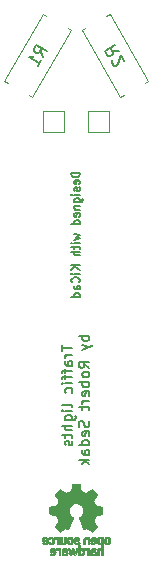
<source format=gbo>
G04 #@! TF.GenerationSoftware,KiCad,Pcbnew,6.0.5-a6ca702e91~116~ubuntu20.04.1*
G04 #@! TF.CreationDate,2022-06-20T08:25:11+02:00*
G04 #@! TF.ProjectId,traffic_lights_train,74726166-6669-4635-9f6c-69676874735f,1.0*
G04 #@! TF.SameCoordinates,Original*
G04 #@! TF.FileFunction,Legend,Bot*
G04 #@! TF.FilePolarity,Positive*
%FSLAX46Y46*%
G04 Gerber Fmt 4.6, Leading zero omitted, Abs format (unit mm)*
G04 Created by KiCad (PCBNEW 6.0.5-a6ca702e91~116~ubuntu20.04.1) date 2022-06-20 08:25:11*
%MOMM*%
%LPD*%
G01*
G04 APERTURE LIST*
G04 Aperture macros list*
%AMRoundRect*
0 Rectangle with rounded corners*
0 $1 Rounding radius*
0 $2 $3 $4 $5 $6 $7 $8 $9 X,Y pos of 4 corners*
0 Add a 4 corners polygon primitive as box body*
4,1,4,$2,$3,$4,$5,$6,$7,$8,$9,$2,$3,0*
0 Add four circle primitives for the rounded corners*
1,1,$1+$1,$2,$3*
1,1,$1+$1,$4,$5*
1,1,$1+$1,$6,$7*
1,1,$1+$1,$8,$9*
0 Add four rect primitives between the rounded corners*
20,1,$1+$1,$2,$3,$4,$5,0*
20,1,$1+$1,$4,$5,$6,$7,0*
20,1,$1+$1,$6,$7,$8,$9,0*
20,1,$1+$1,$8,$9,$2,$3,0*%
%AMHorizOval*
0 Thick line with rounded ends*
0 $1 width*
0 $2 $3 position (X,Y) of the first rounded end (center of the circle)*
0 $4 $5 position (X,Y) of the second rounded end (center of the circle)*
0 Add line between two ends*
20,1,$1,$2,$3,$4,$5,0*
0 Add two circle primitives to create the rounded ends*
1,1,$1,$2,$3*
1,1,$1,$4,$5*%
G04 Aperture macros list end*
%ADD10C,0.150000*%
%ADD11C,0.200000*%
%ADD12C,0.120000*%
%ADD13C,0.010000*%
%ADD14RoundRect,0.051000X0.900000X0.900000X-0.900000X0.900000X-0.900000X-0.900000X0.900000X-0.900000X0*%
%ADD15C,1.902000*%
%ADD16RoundRect,0.051000X-0.900000X-0.900000X0.900000X-0.900000X0.900000X0.900000X-0.900000X0.900000X0*%
%ADD17RoundRect,0.051000X-0.850000X0.850000X-0.850000X-0.850000X0.850000X-0.850000X0.850000X0.850000X0*%
%ADD18O,1.802000X1.802000*%
%ADD19C,1.702000*%
%ADD20HorizOval,1.702000X0.000000X0.000000X0.000000X0.000000X0*%
%ADD21HorizOval,1.702000X0.000000X0.000000X0.000000X0.000000X0*%
G04 APERTURE END LIST*
D10*
X110806666Y-63948333D02*
X110106666Y-63948333D01*
X110106666Y-64115000D01*
X110140000Y-64215000D01*
X110206666Y-64281666D01*
X110273333Y-64315000D01*
X110406666Y-64348333D01*
X110506666Y-64348333D01*
X110640000Y-64315000D01*
X110706666Y-64281666D01*
X110773333Y-64215000D01*
X110806666Y-64115000D01*
X110806666Y-63948333D01*
X110773333Y-64915000D02*
X110806666Y-64848333D01*
X110806666Y-64715000D01*
X110773333Y-64648333D01*
X110706666Y-64615000D01*
X110440000Y-64615000D01*
X110373333Y-64648333D01*
X110340000Y-64715000D01*
X110340000Y-64848333D01*
X110373333Y-64915000D01*
X110440000Y-64948333D01*
X110506666Y-64948333D01*
X110573333Y-64615000D01*
X110773333Y-65215000D02*
X110806666Y-65281666D01*
X110806666Y-65415000D01*
X110773333Y-65481666D01*
X110706666Y-65515000D01*
X110673333Y-65515000D01*
X110606666Y-65481666D01*
X110573333Y-65415000D01*
X110573333Y-65315000D01*
X110540000Y-65248333D01*
X110473333Y-65215000D01*
X110440000Y-65215000D01*
X110373333Y-65248333D01*
X110340000Y-65315000D01*
X110340000Y-65415000D01*
X110373333Y-65481666D01*
X110806666Y-65815000D02*
X110340000Y-65815000D01*
X110106666Y-65815000D02*
X110140000Y-65781666D01*
X110173333Y-65815000D01*
X110140000Y-65848333D01*
X110106666Y-65815000D01*
X110173333Y-65815000D01*
X110340000Y-66448333D02*
X110906666Y-66448333D01*
X110973333Y-66415000D01*
X111006666Y-66381666D01*
X111040000Y-66315000D01*
X111040000Y-66215000D01*
X111006666Y-66148333D01*
X110773333Y-66448333D02*
X110806666Y-66381666D01*
X110806666Y-66248333D01*
X110773333Y-66181666D01*
X110740000Y-66148333D01*
X110673333Y-66115000D01*
X110473333Y-66115000D01*
X110406666Y-66148333D01*
X110373333Y-66181666D01*
X110340000Y-66248333D01*
X110340000Y-66381666D01*
X110373333Y-66448333D01*
X110340000Y-66781666D02*
X110806666Y-66781666D01*
X110406666Y-66781666D02*
X110373333Y-66815000D01*
X110340000Y-66881666D01*
X110340000Y-66981666D01*
X110373333Y-67048333D01*
X110440000Y-67081666D01*
X110806666Y-67081666D01*
X110773333Y-67681666D02*
X110806666Y-67615000D01*
X110806666Y-67481666D01*
X110773333Y-67415000D01*
X110706666Y-67381666D01*
X110440000Y-67381666D01*
X110373333Y-67415000D01*
X110340000Y-67481666D01*
X110340000Y-67615000D01*
X110373333Y-67681666D01*
X110440000Y-67715000D01*
X110506666Y-67715000D01*
X110573333Y-67381666D01*
X110806666Y-68315000D02*
X110106666Y-68315000D01*
X110773333Y-68315000D02*
X110806666Y-68248333D01*
X110806666Y-68115000D01*
X110773333Y-68048333D01*
X110740000Y-68015000D01*
X110673333Y-67981666D01*
X110473333Y-67981666D01*
X110406666Y-68015000D01*
X110373333Y-68048333D01*
X110340000Y-68115000D01*
X110340000Y-68248333D01*
X110373333Y-68315000D01*
X110340000Y-69115000D02*
X110806666Y-69248333D01*
X110473333Y-69381666D01*
X110806666Y-69515000D01*
X110340000Y-69648333D01*
X110806666Y-69915000D02*
X110340000Y-69915000D01*
X110106666Y-69915000D02*
X110140000Y-69881666D01*
X110173333Y-69915000D01*
X110140000Y-69948333D01*
X110106666Y-69915000D01*
X110173333Y-69915000D01*
X110340000Y-70148333D02*
X110340000Y-70415000D01*
X110106666Y-70248333D02*
X110706666Y-70248333D01*
X110773333Y-70281666D01*
X110806666Y-70348333D01*
X110806666Y-70415000D01*
X110806666Y-70648333D02*
X110106666Y-70648333D01*
X110806666Y-70948333D02*
X110440000Y-70948333D01*
X110373333Y-70915000D01*
X110340000Y-70848333D01*
X110340000Y-70748333D01*
X110373333Y-70681666D01*
X110406666Y-70648333D01*
X110806666Y-71815000D02*
X110106666Y-71815000D01*
X110806666Y-72215000D02*
X110406666Y-71915000D01*
X110106666Y-72215000D02*
X110506666Y-71815000D01*
X110806666Y-72515000D02*
X110340000Y-72515000D01*
X110106666Y-72515000D02*
X110140000Y-72481666D01*
X110173333Y-72515000D01*
X110140000Y-72548333D01*
X110106666Y-72515000D01*
X110173333Y-72515000D01*
X110740000Y-73248333D02*
X110773333Y-73215000D01*
X110806666Y-73115000D01*
X110806666Y-73048333D01*
X110773333Y-72948333D01*
X110706666Y-72881666D01*
X110640000Y-72848333D01*
X110506666Y-72815000D01*
X110406666Y-72815000D01*
X110273333Y-72848333D01*
X110206666Y-72881666D01*
X110140000Y-72948333D01*
X110106666Y-73048333D01*
X110106666Y-73115000D01*
X110140000Y-73215000D01*
X110173333Y-73248333D01*
X110806666Y-73848333D02*
X110440000Y-73848333D01*
X110373333Y-73815000D01*
X110340000Y-73748333D01*
X110340000Y-73615000D01*
X110373333Y-73548333D01*
X110773333Y-73848333D02*
X110806666Y-73781666D01*
X110806666Y-73615000D01*
X110773333Y-73548333D01*
X110706666Y-73515000D01*
X110640000Y-73515000D01*
X110573333Y-73548333D01*
X110540000Y-73615000D01*
X110540000Y-73781666D01*
X110506666Y-73848333D01*
X110806666Y-74481666D02*
X110106666Y-74481666D01*
X110773333Y-74481666D02*
X110806666Y-74415000D01*
X110806666Y-74281666D01*
X110773333Y-74215000D01*
X110740000Y-74181666D01*
X110673333Y-74148333D01*
X110473333Y-74148333D01*
X110406666Y-74181666D01*
X110373333Y-74215000D01*
X110340000Y-74281666D01*
X110340000Y-74415000D01*
X110373333Y-74481666D01*
D11*
X109272642Y-78556428D02*
X109272642Y-79070714D01*
X110172642Y-78813571D02*
X109272642Y-78813571D01*
X110172642Y-79370714D02*
X109572642Y-79370714D01*
X109744071Y-79370714D02*
X109658357Y-79413571D01*
X109615500Y-79456428D01*
X109572642Y-79542142D01*
X109572642Y-79627857D01*
X110172642Y-80313571D02*
X109701214Y-80313571D01*
X109615500Y-80270714D01*
X109572642Y-80185000D01*
X109572642Y-80013571D01*
X109615500Y-79927857D01*
X110129785Y-80313571D02*
X110172642Y-80227857D01*
X110172642Y-80013571D01*
X110129785Y-79927857D01*
X110044071Y-79885000D01*
X109958357Y-79885000D01*
X109872642Y-79927857D01*
X109829785Y-80013571D01*
X109829785Y-80227857D01*
X109786928Y-80313571D01*
X109572642Y-80613571D02*
X109572642Y-80956428D01*
X110172642Y-80742142D02*
X109401214Y-80742142D01*
X109315500Y-80785000D01*
X109272642Y-80870714D01*
X109272642Y-80956428D01*
X109572642Y-81127857D02*
X109572642Y-81470714D01*
X110172642Y-81256428D02*
X109401214Y-81256428D01*
X109315500Y-81299285D01*
X109272642Y-81385000D01*
X109272642Y-81470714D01*
X110172642Y-81770714D02*
X109572642Y-81770714D01*
X109272642Y-81770714D02*
X109315500Y-81727857D01*
X109358357Y-81770714D01*
X109315500Y-81813571D01*
X109272642Y-81770714D01*
X109358357Y-81770714D01*
X110129785Y-82585000D02*
X110172642Y-82499285D01*
X110172642Y-82327857D01*
X110129785Y-82242142D01*
X110086928Y-82199285D01*
X110001214Y-82156428D01*
X109744071Y-82156428D01*
X109658357Y-82199285D01*
X109615500Y-82242142D01*
X109572642Y-82327857D01*
X109572642Y-82499285D01*
X109615500Y-82585000D01*
X110172642Y-83785000D02*
X110129785Y-83699285D01*
X110044071Y-83656428D01*
X109272642Y-83656428D01*
X110172642Y-84127857D02*
X109572642Y-84127857D01*
X109272642Y-84127857D02*
X109315500Y-84085000D01*
X109358357Y-84127857D01*
X109315500Y-84170714D01*
X109272642Y-84127857D01*
X109358357Y-84127857D01*
X109572642Y-84942142D02*
X110301214Y-84942142D01*
X110386928Y-84899285D01*
X110429785Y-84856428D01*
X110472642Y-84770714D01*
X110472642Y-84642142D01*
X110429785Y-84556428D01*
X110129785Y-84942142D02*
X110172642Y-84856428D01*
X110172642Y-84685000D01*
X110129785Y-84599285D01*
X110086928Y-84556428D01*
X110001214Y-84513571D01*
X109744071Y-84513571D01*
X109658357Y-84556428D01*
X109615500Y-84599285D01*
X109572642Y-84685000D01*
X109572642Y-84856428D01*
X109615500Y-84942142D01*
X110172642Y-85370714D02*
X109272642Y-85370714D01*
X110172642Y-85756428D02*
X109701214Y-85756428D01*
X109615500Y-85713571D01*
X109572642Y-85627857D01*
X109572642Y-85499285D01*
X109615500Y-85413571D01*
X109658357Y-85370714D01*
X109572642Y-86056428D02*
X109572642Y-86399285D01*
X109272642Y-86185000D02*
X110044071Y-86185000D01*
X110129785Y-86227857D01*
X110172642Y-86313571D01*
X110172642Y-86399285D01*
X110129785Y-86656428D02*
X110172642Y-86742142D01*
X110172642Y-86913571D01*
X110129785Y-86999285D01*
X110044071Y-87042142D01*
X110001214Y-87042142D01*
X109915500Y-86999285D01*
X109872642Y-86913571D01*
X109872642Y-86785000D01*
X109829785Y-86699285D01*
X109744071Y-86656428D01*
X109701214Y-86656428D01*
X109615500Y-86699285D01*
X109572642Y-86785000D01*
X109572642Y-86913571D01*
X109615500Y-86999285D01*
X111621642Y-77785000D02*
X110721642Y-77785000D01*
X111064500Y-77785000D02*
X111021642Y-77870714D01*
X111021642Y-78042142D01*
X111064500Y-78127857D01*
X111107357Y-78170714D01*
X111193071Y-78213571D01*
X111450214Y-78213571D01*
X111535928Y-78170714D01*
X111578785Y-78127857D01*
X111621642Y-78042142D01*
X111621642Y-77870714D01*
X111578785Y-77785000D01*
X111021642Y-78513571D02*
X111621642Y-78727857D01*
X111021642Y-78942142D02*
X111621642Y-78727857D01*
X111835928Y-78642142D01*
X111878785Y-78599285D01*
X111921642Y-78513571D01*
X111621642Y-80485000D02*
X111193071Y-80185000D01*
X111621642Y-79970714D02*
X110721642Y-79970714D01*
X110721642Y-80313571D01*
X110764500Y-80399285D01*
X110807357Y-80442142D01*
X110893071Y-80485000D01*
X111021642Y-80485000D01*
X111107357Y-80442142D01*
X111150214Y-80399285D01*
X111193071Y-80313571D01*
X111193071Y-79970714D01*
X111621642Y-80999285D02*
X111578785Y-80913571D01*
X111535928Y-80870714D01*
X111450214Y-80827857D01*
X111193071Y-80827857D01*
X111107357Y-80870714D01*
X111064500Y-80913571D01*
X111021642Y-80999285D01*
X111021642Y-81127857D01*
X111064500Y-81213571D01*
X111107357Y-81256428D01*
X111193071Y-81299285D01*
X111450214Y-81299285D01*
X111535928Y-81256428D01*
X111578785Y-81213571D01*
X111621642Y-81127857D01*
X111621642Y-80999285D01*
X111621642Y-81685000D02*
X110721642Y-81685000D01*
X111064500Y-81685000D02*
X111021642Y-81770714D01*
X111021642Y-81942142D01*
X111064500Y-82027857D01*
X111107357Y-82070714D01*
X111193071Y-82113571D01*
X111450214Y-82113571D01*
X111535928Y-82070714D01*
X111578785Y-82027857D01*
X111621642Y-81942142D01*
X111621642Y-81770714D01*
X111578785Y-81685000D01*
X111578785Y-82842142D02*
X111621642Y-82756428D01*
X111621642Y-82585000D01*
X111578785Y-82499285D01*
X111493071Y-82456428D01*
X111150214Y-82456428D01*
X111064500Y-82499285D01*
X111021642Y-82585000D01*
X111021642Y-82756428D01*
X111064500Y-82842142D01*
X111150214Y-82885000D01*
X111235928Y-82885000D01*
X111321642Y-82456428D01*
X111621642Y-83270714D02*
X111021642Y-83270714D01*
X111193071Y-83270714D02*
X111107357Y-83313571D01*
X111064500Y-83356428D01*
X111021642Y-83442142D01*
X111021642Y-83527857D01*
X111021642Y-83699285D02*
X111021642Y-84042142D01*
X110721642Y-83827857D02*
X111493071Y-83827857D01*
X111578785Y-83870714D01*
X111621642Y-83956428D01*
X111621642Y-84042142D01*
X111578785Y-84985000D02*
X111621642Y-85113571D01*
X111621642Y-85327857D01*
X111578785Y-85413571D01*
X111535928Y-85456428D01*
X111450214Y-85499285D01*
X111364500Y-85499285D01*
X111278785Y-85456428D01*
X111235928Y-85413571D01*
X111193071Y-85327857D01*
X111150214Y-85156428D01*
X111107357Y-85070714D01*
X111064500Y-85027857D01*
X110978785Y-84985000D01*
X110893071Y-84985000D01*
X110807357Y-85027857D01*
X110764500Y-85070714D01*
X110721642Y-85156428D01*
X110721642Y-85370714D01*
X110764500Y-85499285D01*
X111578785Y-86227857D02*
X111621642Y-86142142D01*
X111621642Y-85970714D01*
X111578785Y-85885000D01*
X111493071Y-85842142D01*
X111150214Y-85842142D01*
X111064500Y-85885000D01*
X111021642Y-85970714D01*
X111021642Y-86142142D01*
X111064500Y-86227857D01*
X111150214Y-86270714D01*
X111235928Y-86270714D01*
X111321642Y-85842142D01*
X111621642Y-87042142D02*
X110721642Y-87042142D01*
X111578785Y-87042142D02*
X111621642Y-86956428D01*
X111621642Y-86785000D01*
X111578785Y-86699285D01*
X111535928Y-86656428D01*
X111450214Y-86613571D01*
X111193071Y-86613571D01*
X111107357Y-86656428D01*
X111064500Y-86699285D01*
X111021642Y-86785000D01*
X111021642Y-86956428D01*
X111064500Y-87042142D01*
X111621642Y-87856428D02*
X111150214Y-87856428D01*
X111064500Y-87813571D01*
X111021642Y-87727857D01*
X111021642Y-87556428D01*
X111064500Y-87470714D01*
X111578785Y-87856428D02*
X111621642Y-87770714D01*
X111621642Y-87556428D01*
X111578785Y-87470714D01*
X111493071Y-87427857D01*
X111407357Y-87427857D01*
X111321642Y-87470714D01*
X111278785Y-87556428D01*
X111278785Y-87770714D01*
X111235928Y-87856428D01*
X111621642Y-88285000D02*
X110721642Y-88285000D01*
X111278785Y-88370714D02*
X111621642Y-88627857D01*
X111021642Y-88627857D02*
X111364500Y-88285000D01*
D10*
X107720106Y-54131409D02*
X107474380Y-53604639D01*
X108005821Y-53636538D02*
X107139795Y-53136538D01*
X106949319Y-53466452D01*
X106942939Y-53572740D01*
X106960369Y-53637789D01*
X107019038Y-53726648D01*
X107142756Y-53798076D01*
X107249044Y-53804456D01*
X107314093Y-53787026D01*
X107402951Y-53728357D01*
X107593427Y-53398443D01*
X107243916Y-54956196D02*
X107529630Y-54461324D01*
X107386773Y-54708760D02*
X106520747Y-54208760D01*
X106692084Y-54197710D01*
X106822182Y-54162850D01*
X106911040Y-54104181D01*
X114108440Y-53679471D02*
X113529380Y-53628892D01*
X113822725Y-53184600D02*
X112956700Y-53684600D01*
X113147176Y-54014514D01*
X113236034Y-54073183D01*
X113301083Y-54090613D01*
X113407371Y-54084233D01*
X113531089Y-54012805D01*
X113589758Y-53923946D01*
X113607188Y-53858898D01*
X113600808Y-53752609D01*
X113410332Y-53422695D01*
X113515369Y-54461767D02*
X113497939Y-54526816D01*
X113504319Y-54633104D01*
X113623367Y-54839300D01*
X113712225Y-54897969D01*
X113777274Y-54915399D01*
X113883562Y-54909019D01*
X113966040Y-54861400D01*
X114065949Y-54748733D01*
X114275106Y-53968147D01*
X114584630Y-54504258D01*
D12*
X107979334Y-50697654D02*
X107693545Y-50532654D01*
X109780666Y-51737654D02*
X110066455Y-51902654D01*
X106796455Y-57566460D02*
X106510666Y-57401460D01*
X110066455Y-51902654D02*
X106796455Y-57566460D01*
X104423545Y-56196460D02*
X104709334Y-56361460D01*
X107693545Y-50532654D02*
X104423545Y-56196460D01*
X114248545Y-57566903D02*
X110978545Y-51903097D01*
X116335666Y-56361903D02*
X116621455Y-56196903D01*
X114534334Y-57401903D02*
X114248545Y-57566903D01*
X110978545Y-51903097D02*
X111264334Y-51738097D01*
X116621455Y-56196903D02*
X113351455Y-50533097D01*
X113351455Y-50533097D02*
X113065666Y-50698097D01*
G36*
X113353373Y-95179310D02*
G01*
X113349688Y-95227332D01*
X113343410Y-95261368D01*
X113333044Y-95288338D01*
X113317092Y-95315158D01*
X113316412Y-95316175D01*
X113277132Y-95359629D01*
X113229072Y-95392772D01*
X113173185Y-95412439D01*
X113099666Y-95418824D01*
X113027609Y-95406268D01*
X112963201Y-95376011D01*
X112912627Y-95329294D01*
X112898108Y-95307221D01*
X112870993Y-95238602D01*
X112857546Y-95153939D01*
X112857776Y-95132523D01*
X112992920Y-95132523D01*
X112993174Y-95172574D01*
X112997421Y-95199313D01*
X113007096Y-95219859D01*
X113023638Y-95241331D01*
X113046593Y-95262639D01*
X113092505Y-95281653D01*
X113141802Y-95278122D01*
X113188917Y-95251694D01*
X113202207Y-95239072D01*
X113216397Y-95217465D01*
X113224266Y-95187094D01*
X113228726Y-95139770D01*
X113229955Y-95104219D01*
X113223224Y-95031620D01*
X113202567Y-94979642D01*
X113167894Y-94947999D01*
X113127249Y-94932847D01*
X113078777Y-94934123D01*
X113033845Y-94959703D01*
X113023103Y-94969442D01*
X113009548Y-94986480D01*
X113001505Y-95008772D01*
X112997043Y-95042947D01*
X112994228Y-95095638D01*
X112992920Y-95132523D01*
X112857776Y-95132523D01*
X112858583Y-95057351D01*
X112859907Y-95043651D01*
X112878374Y-94955908D01*
X112912540Y-94887793D01*
X112962479Y-94839231D01*
X113028261Y-94810148D01*
X113109961Y-94800471D01*
X113140828Y-94801379D01*
X113204128Y-94812493D01*
X113255889Y-94839021D01*
X113304147Y-94884436D01*
X113311865Y-94893551D01*
X113332681Y-94924248D01*
X113346362Y-94959007D01*
X113353948Y-95003056D01*
X113356479Y-95061621D01*
X113355672Y-95104219D01*
X113354997Y-95139931D01*
X113353373Y-95179310D01*
G37*
D13*
X113353373Y-95179310D02*
X113349688Y-95227332D01*
X113343410Y-95261368D01*
X113333044Y-95288338D01*
X113317092Y-95315158D01*
X113316412Y-95316175D01*
X113277132Y-95359629D01*
X113229072Y-95392772D01*
X113173185Y-95412439D01*
X113099666Y-95418824D01*
X113027609Y-95406268D01*
X112963201Y-95376011D01*
X112912627Y-95329294D01*
X112898108Y-95307221D01*
X112870993Y-95238602D01*
X112857546Y-95153939D01*
X112857776Y-95132523D01*
X112992920Y-95132523D01*
X112993174Y-95172574D01*
X112997421Y-95199313D01*
X113007096Y-95219859D01*
X113023638Y-95241331D01*
X113046593Y-95262639D01*
X113092505Y-95281653D01*
X113141802Y-95278122D01*
X113188917Y-95251694D01*
X113202207Y-95239072D01*
X113216397Y-95217465D01*
X113224266Y-95187094D01*
X113228726Y-95139770D01*
X113229955Y-95104219D01*
X113223224Y-95031620D01*
X113202567Y-94979642D01*
X113167894Y-94947999D01*
X113127249Y-94932847D01*
X113078777Y-94934123D01*
X113033845Y-94959703D01*
X113023103Y-94969442D01*
X113009548Y-94986480D01*
X113001505Y-95008772D01*
X112997043Y-95042947D01*
X112994228Y-95095638D01*
X112992920Y-95132523D01*
X112857776Y-95132523D01*
X112858583Y-95057351D01*
X112859907Y-95043651D01*
X112878374Y-94955908D01*
X112912540Y-94887793D01*
X112962479Y-94839231D01*
X113028261Y-94810148D01*
X113109961Y-94800471D01*
X113140828Y-94801379D01*
X113204128Y-94812493D01*
X113255889Y-94839021D01*
X113304147Y-94884436D01*
X113311865Y-94893551D01*
X113332681Y-94924248D01*
X113346362Y-94959007D01*
X113353948Y-95003056D01*
X113356479Y-95061621D01*
X113355672Y-95104219D01*
X113354997Y-95139931D01*
X113353373Y-95179310D01*
G36*
X108960265Y-95754965D02*
G01*
X108998255Y-95772745D01*
X109031386Y-95798806D01*
X109031386Y-95772745D01*
X109032211Y-95762849D01*
X109039893Y-95752358D01*
X109060667Y-95747725D01*
X109100544Y-95746683D01*
X109169703Y-95746683D01*
X109169703Y-96362822D01*
X109031386Y-96362822D01*
X109031386Y-96162226D01*
X109031369Y-96150710D01*
X109030189Y-96069758D01*
X109027294Y-96003817D01*
X109022888Y-95956258D01*
X109017181Y-95930452D01*
X109011940Y-95920710D01*
X108979676Y-95890156D01*
X108935730Y-95876631D01*
X108887743Y-95882941D01*
X108875973Y-95887217D01*
X108850898Y-95894776D01*
X108833762Y-95892428D01*
X108816518Y-95877064D01*
X108791124Y-95845571D01*
X108749936Y-95793568D01*
X108778886Y-95770125D01*
X108806405Y-95756015D01*
X108854745Y-95746486D01*
X108909230Y-95746174D01*
X108960265Y-95754965D01*
G37*
X108960265Y-95754965D02*
X108998255Y-95772745D01*
X109031386Y-95798806D01*
X109031386Y-95772745D01*
X109032211Y-95762849D01*
X109039893Y-95752358D01*
X109060667Y-95747725D01*
X109100544Y-95746683D01*
X109169703Y-95746683D01*
X109169703Y-96362822D01*
X109031386Y-96362822D01*
X109031386Y-96162226D01*
X109031369Y-96150710D01*
X109030189Y-96069758D01*
X109027294Y-96003817D01*
X109022888Y-95956258D01*
X109017181Y-95930452D01*
X109011940Y-95920710D01*
X108979676Y-95890156D01*
X108935730Y-95876631D01*
X108887743Y-95882941D01*
X108875973Y-95887217D01*
X108850898Y-95894776D01*
X108833762Y-95892428D01*
X108816518Y-95877064D01*
X108791124Y-95845571D01*
X108749936Y-95793568D01*
X108778886Y-95770125D01*
X108806405Y-95756015D01*
X108854745Y-95746486D01*
X108909230Y-95746174D01*
X108960265Y-95754965D01*
G36*
X108107825Y-95161121D02*
G01*
X108107615Y-95163014D01*
X108089535Y-95251325D01*
X108056870Y-95319986D01*
X108008601Y-95370506D01*
X107943713Y-95404393D01*
X107931801Y-95408268D01*
X107857971Y-95419688D01*
X107781614Y-95413320D01*
X107710626Y-95390563D01*
X107652904Y-95352819D01*
X107609667Y-95312872D01*
X107655625Y-95276532D01*
X107701583Y-95240193D01*
X107756969Y-95267101D01*
X107821056Y-95288905D01*
X107877632Y-95289558D01*
X107923920Y-95269525D01*
X107957230Y-95229315D01*
X107969171Y-95205222D01*
X107975837Y-95184630D01*
X107971980Y-95170720D01*
X107954675Y-95162181D01*
X107920997Y-95157704D01*
X107868021Y-95155978D01*
X107792822Y-95155693D01*
X107610495Y-95155693D01*
X107610495Y-95068492D01*
X107611857Y-95030210D01*
X107740234Y-95030210D01*
X107746399Y-95037251D01*
X107764654Y-95040916D01*
X107799352Y-95042306D01*
X107854846Y-95042525D01*
X107884603Y-95042176D01*
X107931562Y-95039867D01*
X107963416Y-95035822D01*
X107975148Y-95030542D01*
X107972146Y-95011062D01*
X107950988Y-94973786D01*
X107915731Y-94943164D01*
X107873699Y-94924668D01*
X107832220Y-94923773D01*
X107800997Y-94938604D01*
X107765618Y-94972355D01*
X107743122Y-95014233D01*
X107741805Y-95018690D01*
X107740234Y-95030210D01*
X107611857Y-95030210D01*
X107612136Y-95022371D01*
X107616955Y-94976740D01*
X107623840Y-94945893D01*
X107628859Y-94934117D01*
X107665390Y-94881667D01*
X107718175Y-94837921D01*
X107779904Y-94809279D01*
X107812102Y-94801457D01*
X107888820Y-94797896D01*
X107957179Y-94816009D01*
X108015299Y-94853779D01*
X108061302Y-94909191D01*
X108093310Y-94980229D01*
X108102900Y-95030542D01*
X108109444Y-95064878D01*
X108107825Y-95161121D01*
G37*
X108107825Y-95161121D02*
X108107615Y-95163014D01*
X108089535Y-95251325D01*
X108056870Y-95319986D01*
X108008601Y-95370506D01*
X107943713Y-95404393D01*
X107931801Y-95408268D01*
X107857971Y-95419688D01*
X107781614Y-95413320D01*
X107710626Y-95390563D01*
X107652904Y-95352819D01*
X107609667Y-95312872D01*
X107655625Y-95276532D01*
X107701583Y-95240193D01*
X107756969Y-95267101D01*
X107821056Y-95288905D01*
X107877632Y-95289558D01*
X107923920Y-95269525D01*
X107957230Y-95229315D01*
X107969171Y-95205222D01*
X107975837Y-95184630D01*
X107971980Y-95170720D01*
X107954675Y-95162181D01*
X107920997Y-95157704D01*
X107868021Y-95155978D01*
X107792822Y-95155693D01*
X107610495Y-95155693D01*
X107610495Y-95068492D01*
X107611857Y-95030210D01*
X107740234Y-95030210D01*
X107746399Y-95037251D01*
X107764654Y-95040916D01*
X107799352Y-95042306D01*
X107854846Y-95042525D01*
X107884603Y-95042176D01*
X107931562Y-95039867D01*
X107963416Y-95035822D01*
X107975148Y-95030542D01*
X107972146Y-95011062D01*
X107950988Y-94973786D01*
X107915731Y-94943164D01*
X107873699Y-94924668D01*
X107832220Y-94923773D01*
X107800997Y-94938604D01*
X107765618Y-94972355D01*
X107743122Y-95014233D01*
X107741805Y-95018690D01*
X107740234Y-95030210D01*
X107611857Y-95030210D01*
X107612136Y-95022371D01*
X107616955Y-94976740D01*
X107623840Y-94945893D01*
X107628859Y-94934117D01*
X107665390Y-94881667D01*
X107718175Y-94837921D01*
X107779904Y-94809279D01*
X107812102Y-94801457D01*
X107888820Y-94797896D01*
X107957179Y-94816009D01*
X108015299Y-94853779D01*
X108061302Y-94909191D01*
X108093310Y-94980229D01*
X108102900Y-95030542D01*
X108109444Y-95064878D01*
X108107825Y-95161121D01*
G36*
X108423409Y-94806493D02*
G01*
X108492021Y-94833224D01*
X108550048Y-94877351D01*
X108592907Y-94937958D01*
X108595801Y-94944137D01*
X108614176Y-95004409D01*
X108623357Y-95076407D01*
X108623285Y-95151369D01*
X108613901Y-95220536D01*
X108595149Y-95275149D01*
X108571995Y-95313212D01*
X108521030Y-95367135D01*
X108457306Y-95401411D01*
X108402785Y-95415272D01*
X108319767Y-95416785D01*
X108240326Y-95395882D01*
X108169879Y-95353464D01*
X108124284Y-95315880D01*
X108165351Y-95273510D01*
X108191296Y-95248409D01*
X108214764Y-95234434D01*
X108236524Y-95237511D01*
X108264356Y-95256287D01*
X108275454Y-95263638D01*
X108322337Y-95278683D01*
X108376224Y-95278673D01*
X108426675Y-95263168D01*
X108445672Y-95250716D01*
X108473537Y-95213946D01*
X108487506Y-95159939D01*
X108488405Y-95086331D01*
X108488403Y-95086289D01*
X108478009Y-95020433D01*
X108455114Y-94974772D01*
X108417439Y-94946528D01*
X108362708Y-94932920D01*
X108328241Y-94931090D01*
X108298126Y-94938584D01*
X108267240Y-94960295D01*
X108227272Y-94993926D01*
X108176656Y-94953250D01*
X108158163Y-94937667D01*
X108135065Y-94915340D01*
X108126039Y-94902183D01*
X108129236Y-94896253D01*
X108147646Y-94878048D01*
X108176973Y-94854895D01*
X108199920Y-94839830D01*
X108272774Y-94808880D01*
X108348799Y-94798073D01*
X108423409Y-94806493D01*
G37*
X108423409Y-94806493D02*
X108492021Y-94833224D01*
X108550048Y-94877351D01*
X108592907Y-94937958D01*
X108595801Y-94944137D01*
X108614176Y-95004409D01*
X108623357Y-95076407D01*
X108623285Y-95151369D01*
X108613901Y-95220536D01*
X108595149Y-95275149D01*
X108571995Y-95313212D01*
X108521030Y-95367135D01*
X108457306Y-95401411D01*
X108402785Y-95415272D01*
X108319767Y-95416785D01*
X108240326Y-95395882D01*
X108169879Y-95353464D01*
X108124284Y-95315880D01*
X108165351Y-95273510D01*
X108191296Y-95248409D01*
X108214764Y-95234434D01*
X108236524Y-95237511D01*
X108264356Y-95256287D01*
X108275454Y-95263638D01*
X108322337Y-95278683D01*
X108376224Y-95278673D01*
X108426675Y-95263168D01*
X108445672Y-95250716D01*
X108473537Y-95213946D01*
X108487506Y-95159939D01*
X108488405Y-95086331D01*
X108488403Y-95086289D01*
X108478009Y-95020433D01*
X108455114Y-94974772D01*
X108417439Y-94946528D01*
X108362708Y-94932920D01*
X108328241Y-94931090D01*
X108298126Y-94938584D01*
X108267240Y-94960295D01*
X108227272Y-94993926D01*
X108176656Y-94953250D01*
X108158163Y-94937667D01*
X108135065Y-94915340D01*
X108126039Y-94902183D01*
X108129236Y-94896253D01*
X108147646Y-94878048D01*
X108176973Y-94854895D01*
X108199920Y-94839830D01*
X108272774Y-94808880D01*
X108348799Y-94798073D01*
X108423409Y-94806493D01*
G36*
X111372605Y-94802424D02*
G01*
X111429926Y-94820434D01*
X111455199Y-94832674D01*
X111467910Y-94833938D01*
X111470792Y-94822798D01*
X111470795Y-94822461D01*
X111477006Y-94811087D01*
X111498428Y-94805256D01*
X111539950Y-94803614D01*
X111609109Y-94803614D01*
X111609109Y-95407179D01*
X111470792Y-95407179D01*
X111470792Y-95199132D01*
X111470697Y-95128879D01*
X111470051Y-95071170D01*
X111468320Y-95030787D01*
X111464974Y-95003615D01*
X111459481Y-94985540D01*
X111451310Y-94972447D01*
X111439928Y-94960221D01*
X111424424Y-94947217D01*
X111379843Y-94929745D01*
X111333047Y-94934873D01*
X111290180Y-94962507D01*
X111277927Y-94975368D01*
X111269132Y-94988384D01*
X111263233Y-95005706D01*
X111259651Y-95031501D01*
X111257809Y-95069939D01*
X111257128Y-95125189D01*
X111257030Y-95201418D01*
X111257030Y-95407179D01*
X111118713Y-95407179D01*
X111118989Y-95183985D01*
X111119008Y-95174044D01*
X111120207Y-95079106D01*
X111123891Y-95005358D01*
X111131006Y-94949214D01*
X111142500Y-94907087D01*
X111159318Y-94875391D01*
X111182409Y-94850541D01*
X111212717Y-94828950D01*
X111244012Y-94814002D01*
X111307037Y-94800421D01*
X111372605Y-94802424D01*
G37*
X111372605Y-94802424D02*
X111429926Y-94820434D01*
X111455199Y-94832674D01*
X111467910Y-94833938D01*
X111470792Y-94822798D01*
X111470795Y-94822461D01*
X111477006Y-94811087D01*
X111498428Y-94805256D01*
X111539950Y-94803614D01*
X111609109Y-94803614D01*
X111609109Y-95407179D01*
X111470792Y-95407179D01*
X111470792Y-95199132D01*
X111470697Y-95128879D01*
X111470051Y-95071170D01*
X111468320Y-95030787D01*
X111464974Y-95003615D01*
X111459481Y-94985540D01*
X111451310Y-94972447D01*
X111439928Y-94960221D01*
X111424424Y-94947217D01*
X111379843Y-94929745D01*
X111333047Y-94934873D01*
X111290180Y-94962507D01*
X111277927Y-94975368D01*
X111269132Y-94988384D01*
X111263233Y-95005706D01*
X111259651Y-95031501D01*
X111257809Y-95069939D01*
X111257128Y-95125189D01*
X111257030Y-95201418D01*
X111257030Y-95407179D01*
X111118713Y-95407179D01*
X111118989Y-95183985D01*
X111119008Y-95174044D01*
X111120207Y-95079106D01*
X111123891Y-95005358D01*
X111131006Y-94949214D01*
X111142500Y-94907087D01*
X111159318Y-94875391D01*
X111182409Y-94850541D01*
X111212717Y-94828950D01*
X111244012Y-94814002D01*
X111307037Y-94800421D01*
X111372605Y-94802424D01*
G36*
X110854389Y-90635018D02*
G01*
X110911237Y-90936570D01*
X111121001Y-91023041D01*
X111330764Y-91109512D01*
X111582410Y-90938395D01*
X111632216Y-90904661D01*
X111698244Y-90860381D01*
X111755410Y-90822561D01*
X111800744Y-90793142D01*
X111831280Y-90774067D01*
X111844046Y-90767278D01*
X111851887Y-90772106D01*
X111875325Y-90792339D01*
X111910794Y-90825543D01*
X111955289Y-90868670D01*
X112005805Y-90918670D01*
X112059336Y-90972495D01*
X112112877Y-91027095D01*
X112163423Y-91079423D01*
X112207968Y-91126428D01*
X112243507Y-91165063D01*
X112267034Y-91192278D01*
X112275544Y-91205024D01*
X112273565Y-91210500D01*
X112259857Y-91234927D01*
X112234825Y-91275129D01*
X112200499Y-91327952D01*
X112158907Y-91390247D01*
X112112079Y-91458862D01*
X112086380Y-91496283D01*
X112042173Y-91561432D01*
X112004272Y-91618289D01*
X111974698Y-91663770D01*
X111955472Y-91694793D01*
X111948614Y-91708274D01*
X111948726Y-91709021D01*
X111954776Y-91726110D01*
X111968654Y-91761006D01*
X111988427Y-91809151D01*
X112012160Y-91865986D01*
X112037918Y-91926953D01*
X112063766Y-91987492D01*
X112087771Y-92043047D01*
X112107998Y-92089057D01*
X112122511Y-92120965D01*
X112129377Y-92134212D01*
X112133439Y-92135387D01*
X112158121Y-92140687D01*
X112202111Y-92149467D01*
X112261887Y-92161040D01*
X112333929Y-92174721D01*
X112414716Y-92189823D01*
X112457294Y-92197830D01*
X112535445Y-92213107D01*
X112603775Y-92227215D01*
X112658551Y-92239345D01*
X112696037Y-92248686D01*
X112712500Y-92254427D01*
X112715457Y-92260119D01*
X112720362Y-92287930D01*
X112724216Y-92334250D01*
X112727021Y-92394720D01*
X112728781Y-92464983D01*
X112729499Y-92540680D01*
X112729177Y-92617453D01*
X112727819Y-92690944D01*
X112725428Y-92756794D01*
X112722006Y-92810645D01*
X112717556Y-92848138D01*
X112712082Y-92864916D01*
X112708760Y-92866809D01*
X112683987Y-92874926D01*
X112641011Y-92885666D01*
X112584802Y-92897853D01*
X112520325Y-92910310D01*
X112498570Y-92914277D01*
X112398093Y-92932729D01*
X112319126Y-92947559D01*
X112258934Y-92959380D01*
X112214778Y-92968809D01*
X112183920Y-92976460D01*
X112163625Y-92982948D01*
X112151154Y-92988888D01*
X112143771Y-92994894D01*
X112142913Y-92995902D01*
X112130838Y-93016919D01*
X112112971Y-93055376D01*
X112091042Y-93106761D01*
X112066784Y-93166563D01*
X112041927Y-93230270D01*
X112018205Y-93293371D01*
X111997347Y-93351355D01*
X111981087Y-93399709D01*
X111971156Y-93433922D01*
X111969285Y-93449483D01*
X111970536Y-93451502D01*
X111983486Y-93471028D01*
X112007840Y-93507042D01*
X112041340Y-93556228D01*
X112081727Y-93615267D01*
X112126745Y-93680842D01*
X112139100Y-93698884D01*
X112182545Y-93763599D01*
X112220091Y-93821476D01*
X112249594Y-93869082D01*
X112268914Y-93902985D01*
X112275905Y-93919752D01*
X112274398Y-93924161D01*
X112258695Y-93945882D01*
X112227714Y-93981354D01*
X112183673Y-94028188D01*
X112128790Y-94083996D01*
X112065286Y-94146392D01*
X112028988Y-94181317D01*
X111971595Y-94235711D01*
X111921361Y-94282302D01*
X111880984Y-94318636D01*
X111853161Y-94342261D01*
X111840590Y-94350724D01*
X111831952Y-94347587D01*
X111805360Y-94332747D01*
X111766741Y-94308477D01*
X111721134Y-94277852D01*
X111688707Y-94255503D01*
X111623970Y-94211122D01*
X111554886Y-94163987D01*
X111491787Y-94121155D01*
X111368178Y-94037547D01*
X111264417Y-94093650D01*
X111239984Y-94106599D01*
X111195552Y-94128749D01*
X111161191Y-94144041D01*
X111142828Y-94149743D01*
X111136818Y-94142421D01*
X111121895Y-94114541D01*
X111099852Y-94068575D01*
X111071917Y-94007441D01*
X111039317Y-93934055D01*
X111003276Y-93851335D01*
X110965023Y-93762197D01*
X110925783Y-93669559D01*
X110886783Y-93576337D01*
X110849249Y-93485450D01*
X110814409Y-93399814D01*
X110783488Y-93322345D01*
X110757714Y-93255962D01*
X110738311Y-93203582D01*
X110726508Y-93168121D01*
X110723531Y-93152496D01*
X110723732Y-93152039D01*
X110737601Y-93137595D01*
X110766611Y-93114974D01*
X110804772Y-93088864D01*
X110816817Y-93080892D01*
X110908469Y-93005256D01*
X110984323Y-92915169D01*
X111042581Y-92814381D01*
X111081448Y-92706640D01*
X111099128Y-92595697D01*
X111093826Y-92485303D01*
X111072347Y-92387115D01*
X111033782Y-92287966D01*
X110977562Y-92199512D01*
X110900410Y-92115487D01*
X110870095Y-92088645D01*
X110772094Y-92022510D01*
X110666227Y-91977970D01*
X110555561Y-91954625D01*
X110443164Y-91952078D01*
X110332105Y-91969929D01*
X110225451Y-92007780D01*
X110126270Y-92065232D01*
X110037631Y-92141887D01*
X109962600Y-92237345D01*
X109948175Y-92260985D01*
X109899143Y-92369034D01*
X109873103Y-92481548D01*
X109869372Y-92595614D01*
X109887268Y-92708318D01*
X109926109Y-92816745D01*
X109985214Y-92917982D01*
X110063900Y-93009114D01*
X110161485Y-93087228D01*
X110164654Y-93089333D01*
X110202411Y-93115940D01*
X110230709Y-93138561D01*
X110243634Y-93152496D01*
X110242003Y-93163421D01*
X110231864Y-93195231D01*
X110213884Y-93244534D01*
X110189292Y-93308413D01*
X110159311Y-93383948D01*
X110125170Y-93468223D01*
X110088092Y-93558320D01*
X110049306Y-93651321D01*
X110010036Y-93744308D01*
X109971509Y-93834364D01*
X109934950Y-93918571D01*
X109901586Y-93994010D01*
X109872643Y-94057765D01*
X109849346Y-94106917D01*
X109832923Y-94138549D01*
X109824598Y-94149743D01*
X109817674Y-94148227D01*
X109790477Y-94137331D01*
X109750280Y-94118228D01*
X109703009Y-94093650D01*
X109599248Y-94037547D01*
X109475639Y-94121155D01*
X109439120Y-94145913D01*
X109371194Y-94192171D01*
X109303475Y-94238503D01*
X109246291Y-94277852D01*
X109214732Y-94299297D01*
X109173714Y-94325939D01*
X109143301Y-94344178D01*
X109128446Y-94350941D01*
X109122065Y-94348070D01*
X109098996Y-94330485D01*
X109063433Y-94299523D01*
X109018471Y-94258231D01*
X108967206Y-94209653D01*
X108912733Y-94156835D01*
X108858148Y-94102823D01*
X108806547Y-94050661D01*
X108761024Y-94003396D01*
X108724675Y-93964072D01*
X108700595Y-93935736D01*
X108691881Y-93921432D01*
X108692383Y-93918711D01*
X108702755Y-93896560D01*
X108724912Y-93858235D01*
X108756712Y-93807200D01*
X108796016Y-93746914D01*
X108840681Y-93680842D01*
X108853207Y-93662617D01*
X108897193Y-93598485D01*
X108935937Y-93541789D01*
X108967182Y-93495844D01*
X108988669Y-93463970D01*
X108998140Y-93449483D01*
X108998373Y-93448862D01*
X108995578Y-93431139D01*
X108984903Y-93395235D01*
X108968081Y-93345662D01*
X108946843Y-93286932D01*
X108922921Y-93223556D01*
X108898046Y-93160046D01*
X108873950Y-93100913D01*
X108852365Y-93050669D01*
X108835023Y-93013826D01*
X108823655Y-92994894D01*
X108822516Y-92993719D01*
X108814376Y-92987773D01*
X108800629Y-92981776D01*
X108778537Y-92975114D01*
X108745363Y-92967173D01*
X108698370Y-92957337D01*
X108634820Y-92944991D01*
X108551976Y-92929520D01*
X108447100Y-92910310D01*
X108425348Y-92906267D01*
X108363036Y-92893769D01*
X108310619Y-92881927D01*
X108273066Y-92871917D01*
X108255343Y-92864916D01*
X108252378Y-92859075D01*
X108247435Y-92831016D01*
X108243518Y-92784500D01*
X108240629Y-92723886D01*
X108238773Y-92653532D01*
X108237952Y-92577796D01*
X108238168Y-92501037D01*
X108239426Y-92427612D01*
X108241728Y-92361880D01*
X108245076Y-92308200D01*
X108249474Y-92270930D01*
X108254926Y-92254427D01*
X108260491Y-92251989D01*
X108288178Y-92244305D01*
X108334979Y-92233436D01*
X108397157Y-92220192D01*
X108470979Y-92205384D01*
X108552710Y-92189823D01*
X108597336Y-92181509D01*
X108673824Y-92167092D01*
X108739660Y-92154467D01*
X108791323Y-92144321D01*
X108825293Y-92137341D01*
X108838048Y-92134212D01*
X108838528Y-92133568D01*
X108846651Y-92117181D01*
X108862137Y-92082852D01*
X108883050Y-92035136D01*
X108907455Y-91978586D01*
X108933416Y-91917758D01*
X108958997Y-91857206D01*
X108982262Y-91801485D01*
X109001277Y-91755150D01*
X109014105Y-91722755D01*
X109018812Y-91708855D01*
X109016736Y-91703965D01*
X109002920Y-91680692D01*
X108977860Y-91641519D01*
X108943568Y-91589520D01*
X108902059Y-91527768D01*
X108855346Y-91459336D01*
X108829718Y-91421860D01*
X108785490Y-91356156D01*
X108747570Y-91298492D01*
X108717980Y-91252014D01*
X108698743Y-91219865D01*
X108691881Y-91205190D01*
X108696649Y-91197230D01*
X108716593Y-91173446D01*
X108749313Y-91137451D01*
X108791805Y-91092295D01*
X108841065Y-91041028D01*
X108894091Y-90986701D01*
X108947877Y-90932364D01*
X108999421Y-90881067D01*
X109045720Y-90835859D01*
X109083769Y-90799792D01*
X109110565Y-90775914D01*
X109123105Y-90767278D01*
X109130066Y-90770636D01*
X109155627Y-90786210D01*
X109196874Y-90812715D01*
X109250837Y-90848210D01*
X109314542Y-90890750D01*
X109385016Y-90938395D01*
X109636662Y-91109512D01*
X110056188Y-90936570D01*
X110113036Y-90635018D01*
X110169885Y-90333466D01*
X110797540Y-90333466D01*
X110854389Y-90635018D01*
G37*
X110854389Y-90635018D02*
X110911237Y-90936570D01*
X111121001Y-91023041D01*
X111330764Y-91109512D01*
X111582410Y-90938395D01*
X111632216Y-90904661D01*
X111698244Y-90860381D01*
X111755410Y-90822561D01*
X111800744Y-90793142D01*
X111831280Y-90774067D01*
X111844046Y-90767278D01*
X111851887Y-90772106D01*
X111875325Y-90792339D01*
X111910794Y-90825543D01*
X111955289Y-90868670D01*
X112005805Y-90918670D01*
X112059336Y-90972495D01*
X112112877Y-91027095D01*
X112163423Y-91079423D01*
X112207968Y-91126428D01*
X112243507Y-91165063D01*
X112267034Y-91192278D01*
X112275544Y-91205024D01*
X112273565Y-91210500D01*
X112259857Y-91234927D01*
X112234825Y-91275129D01*
X112200499Y-91327952D01*
X112158907Y-91390247D01*
X112112079Y-91458862D01*
X112086380Y-91496283D01*
X112042173Y-91561432D01*
X112004272Y-91618289D01*
X111974698Y-91663770D01*
X111955472Y-91694793D01*
X111948614Y-91708274D01*
X111948726Y-91709021D01*
X111954776Y-91726110D01*
X111968654Y-91761006D01*
X111988427Y-91809151D01*
X112012160Y-91865986D01*
X112037918Y-91926953D01*
X112063766Y-91987492D01*
X112087771Y-92043047D01*
X112107998Y-92089057D01*
X112122511Y-92120965D01*
X112129377Y-92134212D01*
X112133439Y-92135387D01*
X112158121Y-92140687D01*
X112202111Y-92149467D01*
X112261887Y-92161040D01*
X112333929Y-92174721D01*
X112414716Y-92189823D01*
X112457294Y-92197830D01*
X112535445Y-92213107D01*
X112603775Y-92227215D01*
X112658551Y-92239345D01*
X112696037Y-92248686D01*
X112712500Y-92254427D01*
X112715457Y-92260119D01*
X112720362Y-92287930D01*
X112724216Y-92334250D01*
X112727021Y-92394720D01*
X112728781Y-92464983D01*
X112729499Y-92540680D01*
X112729177Y-92617453D01*
X112727819Y-92690944D01*
X112725428Y-92756794D01*
X112722006Y-92810645D01*
X112717556Y-92848138D01*
X112712082Y-92864916D01*
X112708760Y-92866809D01*
X112683987Y-92874926D01*
X112641011Y-92885666D01*
X112584802Y-92897853D01*
X112520325Y-92910310D01*
X112498570Y-92914277D01*
X112398093Y-92932729D01*
X112319126Y-92947559D01*
X112258934Y-92959380D01*
X112214778Y-92968809D01*
X112183920Y-92976460D01*
X112163625Y-92982948D01*
X112151154Y-92988888D01*
X112143771Y-92994894D01*
X112142913Y-92995902D01*
X112130838Y-93016919D01*
X112112971Y-93055376D01*
X112091042Y-93106761D01*
X112066784Y-93166563D01*
X112041927Y-93230270D01*
X112018205Y-93293371D01*
X111997347Y-93351355D01*
X111981087Y-93399709D01*
X111971156Y-93433922D01*
X111969285Y-93449483D01*
X111970536Y-93451502D01*
X111983486Y-93471028D01*
X112007840Y-93507042D01*
X112041340Y-93556228D01*
X112081727Y-93615267D01*
X112126745Y-93680842D01*
X112139100Y-93698884D01*
X112182545Y-93763599D01*
X112220091Y-93821476D01*
X112249594Y-93869082D01*
X112268914Y-93902985D01*
X112275905Y-93919752D01*
X112274398Y-93924161D01*
X112258695Y-93945882D01*
X112227714Y-93981354D01*
X112183673Y-94028188D01*
X112128790Y-94083996D01*
X112065286Y-94146392D01*
X112028988Y-94181317D01*
X111971595Y-94235711D01*
X111921361Y-94282302D01*
X111880984Y-94318636D01*
X111853161Y-94342261D01*
X111840590Y-94350724D01*
X111831952Y-94347587D01*
X111805360Y-94332747D01*
X111766741Y-94308477D01*
X111721134Y-94277852D01*
X111688707Y-94255503D01*
X111623970Y-94211122D01*
X111554886Y-94163987D01*
X111491787Y-94121155D01*
X111368178Y-94037547D01*
X111264417Y-94093650D01*
X111239984Y-94106599D01*
X111195552Y-94128749D01*
X111161191Y-94144041D01*
X111142828Y-94149743D01*
X111136818Y-94142421D01*
X111121895Y-94114541D01*
X111099852Y-94068575D01*
X111071917Y-94007441D01*
X111039317Y-93934055D01*
X111003276Y-93851335D01*
X110965023Y-93762197D01*
X110925783Y-93669559D01*
X110886783Y-93576337D01*
X110849249Y-93485450D01*
X110814409Y-93399814D01*
X110783488Y-93322345D01*
X110757714Y-93255962D01*
X110738311Y-93203582D01*
X110726508Y-93168121D01*
X110723531Y-93152496D01*
X110723732Y-93152039D01*
X110737601Y-93137595D01*
X110766611Y-93114974D01*
X110804772Y-93088864D01*
X110816817Y-93080892D01*
X110908469Y-93005256D01*
X110984323Y-92915169D01*
X111042581Y-92814381D01*
X111081448Y-92706640D01*
X111099128Y-92595697D01*
X111093826Y-92485303D01*
X111072347Y-92387115D01*
X111033782Y-92287966D01*
X110977562Y-92199512D01*
X110900410Y-92115487D01*
X110870095Y-92088645D01*
X110772094Y-92022510D01*
X110666227Y-91977970D01*
X110555561Y-91954625D01*
X110443164Y-91952078D01*
X110332105Y-91969929D01*
X110225451Y-92007780D01*
X110126270Y-92065232D01*
X110037631Y-92141887D01*
X109962600Y-92237345D01*
X109948175Y-92260985D01*
X109899143Y-92369034D01*
X109873103Y-92481548D01*
X109869372Y-92595614D01*
X109887268Y-92708318D01*
X109926109Y-92816745D01*
X109985214Y-92917982D01*
X110063900Y-93009114D01*
X110161485Y-93087228D01*
X110164654Y-93089333D01*
X110202411Y-93115940D01*
X110230709Y-93138561D01*
X110243634Y-93152496D01*
X110242003Y-93163421D01*
X110231864Y-93195231D01*
X110213884Y-93244534D01*
X110189292Y-93308413D01*
X110159311Y-93383948D01*
X110125170Y-93468223D01*
X110088092Y-93558320D01*
X110049306Y-93651321D01*
X110010036Y-93744308D01*
X109971509Y-93834364D01*
X109934950Y-93918571D01*
X109901586Y-93994010D01*
X109872643Y-94057765D01*
X109849346Y-94106917D01*
X109832923Y-94138549D01*
X109824598Y-94149743D01*
X109817674Y-94148227D01*
X109790477Y-94137331D01*
X109750280Y-94118228D01*
X109703009Y-94093650D01*
X109599248Y-94037547D01*
X109475639Y-94121155D01*
X109439120Y-94145913D01*
X109371194Y-94192171D01*
X109303475Y-94238503D01*
X109246291Y-94277852D01*
X109214732Y-94299297D01*
X109173714Y-94325939D01*
X109143301Y-94344178D01*
X109128446Y-94350941D01*
X109122065Y-94348070D01*
X109098996Y-94330485D01*
X109063433Y-94299523D01*
X109018471Y-94258231D01*
X108967206Y-94209653D01*
X108912733Y-94156835D01*
X108858148Y-94102823D01*
X108806547Y-94050661D01*
X108761024Y-94003396D01*
X108724675Y-93964072D01*
X108700595Y-93935736D01*
X108691881Y-93921432D01*
X108692383Y-93918711D01*
X108702755Y-93896560D01*
X108724912Y-93858235D01*
X108756712Y-93807200D01*
X108796016Y-93746914D01*
X108840681Y-93680842D01*
X108853207Y-93662617D01*
X108897193Y-93598485D01*
X108935937Y-93541789D01*
X108967182Y-93495844D01*
X108988669Y-93463970D01*
X108998140Y-93449483D01*
X108998373Y-93448862D01*
X108995578Y-93431139D01*
X108984903Y-93395235D01*
X108968081Y-93345662D01*
X108946843Y-93286932D01*
X108922921Y-93223556D01*
X108898046Y-93160046D01*
X108873950Y-93100913D01*
X108852365Y-93050669D01*
X108835023Y-93013826D01*
X108823655Y-92994894D01*
X108822516Y-92993719D01*
X108814376Y-92987773D01*
X108800629Y-92981776D01*
X108778537Y-92975114D01*
X108745363Y-92967173D01*
X108698370Y-92957337D01*
X108634820Y-92944991D01*
X108551976Y-92929520D01*
X108447100Y-92910310D01*
X108425348Y-92906267D01*
X108363036Y-92893769D01*
X108310619Y-92881927D01*
X108273066Y-92871917D01*
X108255343Y-92864916D01*
X108252378Y-92859075D01*
X108247435Y-92831016D01*
X108243518Y-92784500D01*
X108240629Y-92723886D01*
X108238773Y-92653532D01*
X108237952Y-92577796D01*
X108238168Y-92501037D01*
X108239426Y-92427612D01*
X108241728Y-92361880D01*
X108245076Y-92308200D01*
X108249474Y-92270930D01*
X108254926Y-92254427D01*
X108260491Y-92251989D01*
X108288178Y-92244305D01*
X108334979Y-92233436D01*
X108397157Y-92220192D01*
X108470979Y-92205384D01*
X108552710Y-92189823D01*
X108597336Y-92181509D01*
X108673824Y-92167092D01*
X108739660Y-92154467D01*
X108791323Y-92144321D01*
X108825293Y-92137341D01*
X108838048Y-92134212D01*
X108838528Y-92133568D01*
X108846651Y-92117181D01*
X108862137Y-92082852D01*
X108883050Y-92035136D01*
X108907455Y-91978586D01*
X108933416Y-91917758D01*
X108958997Y-91857206D01*
X108982262Y-91801485D01*
X109001277Y-91755150D01*
X109014105Y-91722755D01*
X109018812Y-91708855D01*
X109016736Y-91703965D01*
X109002920Y-91680692D01*
X108977860Y-91641519D01*
X108943568Y-91589520D01*
X108902059Y-91527768D01*
X108855346Y-91459336D01*
X108829718Y-91421860D01*
X108785490Y-91356156D01*
X108747570Y-91298492D01*
X108717980Y-91252014D01*
X108698743Y-91219865D01*
X108691881Y-91205190D01*
X108696649Y-91197230D01*
X108716593Y-91173446D01*
X108749313Y-91137451D01*
X108791805Y-91092295D01*
X108841065Y-91041028D01*
X108894091Y-90986701D01*
X108947877Y-90932364D01*
X108999421Y-90881067D01*
X109045720Y-90835859D01*
X109083769Y-90799792D01*
X109110565Y-90775914D01*
X109123105Y-90767278D01*
X109130066Y-90770636D01*
X109155627Y-90786210D01*
X109196874Y-90812715D01*
X109250837Y-90848210D01*
X109314542Y-90890750D01*
X109385016Y-90938395D01*
X109636662Y-91109512D01*
X110056188Y-90936570D01*
X110113036Y-90635018D01*
X110169885Y-90333466D01*
X110797540Y-90333466D01*
X110854389Y-90635018D01*
G36*
X108777128Y-94798945D02*
G01*
X108807954Y-94808568D01*
X108845916Y-94824563D01*
X108864296Y-94833159D01*
X108877561Y-94834713D01*
X108880495Y-94822798D01*
X108880498Y-94822461D01*
X108886709Y-94811087D01*
X108908131Y-94805256D01*
X108949653Y-94803614D01*
X109018812Y-94803614D01*
X109018812Y-95407179D01*
X108880495Y-95407179D01*
X108880495Y-94991027D01*
X108846110Y-94959161D01*
X108835368Y-94950104D01*
X108803370Y-94934630D01*
X108763965Y-94934010D01*
X108710312Y-94947664D01*
X108692225Y-94948529D01*
X108671008Y-94935283D01*
X108642768Y-94903800D01*
X108629069Y-94886385D01*
X108612868Y-94861797D01*
X108610371Y-94846145D01*
X108619442Y-94832941D01*
X108647289Y-94816245D01*
X108690540Y-94803030D01*
X108737464Y-94796478D01*
X108777128Y-94798945D01*
G37*
X108777128Y-94798945D02*
X108807954Y-94808568D01*
X108845916Y-94824563D01*
X108864296Y-94833159D01*
X108877561Y-94834713D01*
X108880495Y-94822798D01*
X108880498Y-94822461D01*
X108886709Y-94811087D01*
X108908131Y-94805256D01*
X108949653Y-94803614D01*
X109018812Y-94803614D01*
X109018812Y-95407179D01*
X108880495Y-95407179D01*
X108880495Y-94991027D01*
X108846110Y-94959161D01*
X108835368Y-94950104D01*
X108803370Y-94934630D01*
X108763965Y-94934010D01*
X108710312Y-94947664D01*
X108692225Y-94948529D01*
X108671008Y-94935283D01*
X108642768Y-94903800D01*
X108629069Y-94886385D01*
X108612868Y-94861797D01*
X108610371Y-94846145D01*
X108619442Y-94832941D01*
X108647289Y-94816245D01*
X108690540Y-94803030D01*
X108737464Y-94796478D01*
X108777128Y-94798945D01*
G36*
X109270297Y-94999342D02*
G01*
X109271357Y-95087394D01*
X109275509Y-95158510D01*
X109283921Y-95210199D01*
X109297757Y-95245360D01*
X109318182Y-95266889D01*
X109346364Y-95277682D01*
X109383465Y-95280636D01*
X109418890Y-95278000D01*
X109447500Y-95267679D01*
X109468296Y-95246772D01*
X109482442Y-95212381D01*
X109491103Y-95161610D01*
X109495445Y-95091563D01*
X109496633Y-94999342D01*
X109496633Y-94803614D01*
X109622376Y-94803614D01*
X109622376Y-95039578D01*
X109622160Y-95102561D01*
X109620484Y-95184007D01*
X109616277Y-95246121D01*
X109608521Y-95292458D01*
X109596196Y-95326573D01*
X109578285Y-95352022D01*
X109553767Y-95372362D01*
X109521623Y-95391147D01*
X109454125Y-95414928D01*
X109383681Y-95416480D01*
X109317264Y-95394580D01*
X109288286Y-95380383D01*
X109273909Y-95378261D01*
X109270297Y-95388293D01*
X109264299Y-95399556D01*
X109242830Y-95405489D01*
X109201138Y-95407179D01*
X109131980Y-95407179D01*
X109131980Y-94803614D01*
X109270297Y-94803614D01*
X109270297Y-94999342D01*
G37*
X109270297Y-94999342D02*
X109271357Y-95087394D01*
X109275509Y-95158510D01*
X109283921Y-95210199D01*
X109297757Y-95245360D01*
X109318182Y-95266889D01*
X109346364Y-95277682D01*
X109383465Y-95280636D01*
X109418890Y-95278000D01*
X109447500Y-95267679D01*
X109468296Y-95246772D01*
X109482442Y-95212381D01*
X109491103Y-95161610D01*
X109495445Y-95091563D01*
X109496633Y-94999342D01*
X109496633Y-94803614D01*
X109622376Y-94803614D01*
X109622376Y-95039578D01*
X109622160Y-95102561D01*
X109620484Y-95184007D01*
X109616277Y-95246121D01*
X109608521Y-95292458D01*
X109596196Y-95326573D01*
X109578285Y-95352022D01*
X109553767Y-95372362D01*
X109521623Y-95391147D01*
X109454125Y-95414928D01*
X109383681Y-95416480D01*
X109317264Y-95394580D01*
X109288286Y-95380383D01*
X109273909Y-95378261D01*
X109270297Y-95388293D01*
X109264299Y-95399556D01*
X109242830Y-95405489D01*
X109201138Y-95407179D01*
X109131980Y-95407179D01*
X109131980Y-94803614D01*
X109270297Y-94803614D01*
X109270297Y-94999342D01*
G36*
X111583960Y-96362822D02*
G01*
X111458218Y-96362822D01*
X111458218Y-96168740D01*
X111458078Y-96123594D01*
X111456649Y-96048823D01*
X111453029Y-95993467D01*
X111446434Y-95953702D01*
X111436079Y-95925700D01*
X111421178Y-95905635D01*
X111400946Y-95889681D01*
X111378859Y-95877792D01*
X111352705Y-95874421D01*
X111315508Y-95881917D01*
X111303555Y-95885038D01*
X111273718Y-95889735D01*
X111252383Y-95883005D01*
X111227655Y-95862177D01*
X111222963Y-95857647D01*
X111197020Y-95829626D01*
X111180291Y-95806843D01*
X111177996Y-95801355D01*
X111182543Y-95781088D01*
X111205602Y-95764884D01*
X111241995Y-95753513D01*
X111286544Y-95747740D01*
X111334072Y-95748334D01*
X111379400Y-95756063D01*
X111417351Y-95771694D01*
X111429381Y-95778993D01*
X111449632Y-95789676D01*
X111457129Y-95787230D01*
X111458218Y-95771647D01*
X111458473Y-95766053D01*
X111464539Y-95753660D01*
X111483356Y-95748020D01*
X111521089Y-95746683D01*
X111583960Y-95746683D01*
X111583960Y-96362822D01*
G37*
X111583960Y-96362822D02*
X111458218Y-96362822D01*
X111458218Y-96168740D01*
X111458078Y-96123594D01*
X111456649Y-96048823D01*
X111453029Y-95993467D01*
X111446434Y-95953702D01*
X111436079Y-95925700D01*
X111421178Y-95905635D01*
X111400946Y-95889681D01*
X111378859Y-95877792D01*
X111352705Y-95874421D01*
X111315508Y-95881917D01*
X111303555Y-95885038D01*
X111273718Y-95889735D01*
X111252383Y-95883005D01*
X111227655Y-95862177D01*
X111222963Y-95857647D01*
X111197020Y-95829626D01*
X111180291Y-95806843D01*
X111177996Y-95801355D01*
X111182543Y-95781088D01*
X111205602Y-95764884D01*
X111241995Y-95753513D01*
X111286544Y-95747740D01*
X111334072Y-95748334D01*
X111379400Y-95756063D01*
X111417351Y-95771694D01*
X111429381Y-95778993D01*
X111449632Y-95789676D01*
X111457129Y-95787230D01*
X111458218Y-95771647D01*
X111458473Y-95766053D01*
X111464539Y-95753660D01*
X111483356Y-95748020D01*
X111521089Y-95746683D01*
X111583960Y-95746683D01*
X111583960Y-96362822D01*
G36*
X110588874Y-94803207D02*
G01*
X110661495Y-94821408D01*
X110714546Y-94855144D01*
X110748329Y-94904642D01*
X110763147Y-94970126D01*
X110760147Y-95032820D01*
X110738493Y-95085699D01*
X110696967Y-95124796D01*
X110634736Y-95150873D01*
X110550969Y-95164695D01*
X110496540Y-95171940D01*
X110446860Y-95187615D01*
X110421211Y-95210314D01*
X110419662Y-95239998D01*
X110429984Y-95258507D01*
X110461951Y-95280443D01*
X110507395Y-95290818D01*
X110560649Y-95289399D01*
X110616048Y-95275952D01*
X110667928Y-95250243D01*
X110719653Y-95216013D01*
X110765148Y-95262049D01*
X110810643Y-95308084D01*
X110772921Y-95338876D01*
X110758253Y-95349574D01*
X110716983Y-95373880D01*
X110672327Y-95394825D01*
X110636984Y-95406845D01*
X110585234Y-95415552D01*
X110521435Y-95415667D01*
X110443200Y-95406081D01*
X110372722Y-95381783D01*
X110322836Y-95343188D01*
X110293423Y-95290198D01*
X110284365Y-95222718D01*
X110290921Y-95163354D01*
X110311970Y-95114752D01*
X110349864Y-95079946D01*
X110407004Y-95056798D01*
X110485785Y-95043170D01*
X110494834Y-95042183D01*
X110543885Y-95035892D01*
X110583675Y-95029309D01*
X110606312Y-95023708D01*
X110613866Y-95019197D01*
X110626637Y-94995941D01*
X110624563Y-94966171D01*
X110607495Y-94940327D01*
X110598533Y-94934691D01*
X110561188Y-94925660D01*
X110512950Y-94926267D01*
X110462650Y-94935878D01*
X110419115Y-94953858D01*
X110373372Y-94980847D01*
X110337890Y-94939384D01*
X110329280Y-94928850D01*
X110309883Y-94900632D01*
X110301897Y-94881508D01*
X110310283Y-94869781D01*
X110336226Y-94851476D01*
X110373688Y-94831777D01*
X110378966Y-94829370D01*
X110428366Y-94810482D01*
X110475983Y-94801452D01*
X110535072Y-94799639D01*
X110588874Y-94803207D01*
G37*
X110588874Y-94803207D02*
X110661495Y-94821408D01*
X110714546Y-94855144D01*
X110748329Y-94904642D01*
X110763147Y-94970126D01*
X110760147Y-95032820D01*
X110738493Y-95085699D01*
X110696967Y-95124796D01*
X110634736Y-95150873D01*
X110550969Y-95164695D01*
X110496540Y-95171940D01*
X110446860Y-95187615D01*
X110421211Y-95210314D01*
X110419662Y-95239998D01*
X110429984Y-95258507D01*
X110461951Y-95280443D01*
X110507395Y-95290818D01*
X110560649Y-95289399D01*
X110616048Y-95275952D01*
X110667928Y-95250243D01*
X110719653Y-95216013D01*
X110765148Y-95262049D01*
X110810643Y-95308084D01*
X110772921Y-95338876D01*
X110758253Y-95349574D01*
X110716983Y-95373880D01*
X110672327Y-95394825D01*
X110636984Y-95406845D01*
X110585234Y-95415552D01*
X110521435Y-95415667D01*
X110443200Y-95406081D01*
X110372722Y-95381783D01*
X110322836Y-95343188D01*
X110293423Y-95290198D01*
X110284365Y-95222718D01*
X110290921Y-95163354D01*
X110311970Y-95114752D01*
X110349864Y-95079946D01*
X110407004Y-95056798D01*
X110485785Y-95043170D01*
X110494834Y-95042183D01*
X110543885Y-95035892D01*
X110583675Y-95029309D01*
X110606312Y-95023708D01*
X110613866Y-95019197D01*
X110626637Y-94995941D01*
X110624563Y-94966171D01*
X110607495Y-94940327D01*
X110598533Y-94934691D01*
X110561188Y-94925660D01*
X110512950Y-94926267D01*
X110462650Y-94935878D01*
X110419115Y-94953858D01*
X110373372Y-94980847D01*
X110337890Y-94939384D01*
X110329280Y-94928850D01*
X110309883Y-94900632D01*
X110301897Y-94881508D01*
X110310283Y-94869781D01*
X110336226Y-94851476D01*
X110373688Y-94831777D01*
X110378966Y-94829370D01*
X110428366Y-94810482D01*
X110475983Y-94801452D01*
X110535072Y-94799639D01*
X110588874Y-94803207D01*
G36*
X110322997Y-95944130D02*
G01*
X110339997Y-95994850D01*
X110360107Y-96050997D01*
X110376899Y-96093532D01*
X110388986Y-96118990D01*
X110394980Y-96123903D01*
X110396426Y-96119630D01*
X110404254Y-96093422D01*
X110416723Y-96049649D01*
X110432447Y-95993211D01*
X110450043Y-95929010D01*
X110497914Y-95752971D01*
X110571007Y-95749152D01*
X110577177Y-95748846D01*
X110616592Y-95748441D01*
X110635533Y-95752487D01*
X110637945Y-95761726D01*
X110634898Y-95770749D01*
X110624874Y-95801632D01*
X110609180Y-95850544D01*
X110588934Y-95913987D01*
X110565256Y-95988462D01*
X110539263Y-96070471D01*
X110446736Y-96362822D01*
X110330993Y-96362822D01*
X110276457Y-96177352D01*
X110266386Y-96143294D01*
X110247775Y-96081378D01*
X110231872Y-96029787D01*
X110220109Y-95993130D01*
X110213918Y-95976018D01*
X110212154Y-95974741D01*
X110203571Y-95985779D01*
X110191316Y-96014969D01*
X110177426Y-96057750D01*
X110176692Y-96060263D01*
X110158096Y-96123400D01*
X110136818Y-96194889D01*
X110117321Y-96259734D01*
X110085705Y-96364122D01*
X110027402Y-96360328D01*
X109969098Y-96356535D01*
X109915098Y-96186782D01*
X109891390Y-96112193D01*
X109864833Y-96028539D01*
X109839404Y-95948342D01*
X109818354Y-95881857D01*
X109775609Y-95746683D01*
X109918612Y-95746683D01*
X109953274Y-95875570D01*
X109962488Y-95909625D01*
X109979915Y-95973115D01*
X109996054Y-96030874D01*
X110008322Y-96073614D01*
X110028709Y-96142773D01*
X110158745Y-95752971D01*
X110208476Y-95749237D01*
X110258206Y-95745504D01*
X110322997Y-95944130D01*
G37*
X110322997Y-95944130D02*
X110339997Y-95994850D01*
X110360107Y-96050997D01*
X110376899Y-96093532D01*
X110388986Y-96118990D01*
X110394980Y-96123903D01*
X110396426Y-96119630D01*
X110404254Y-96093422D01*
X110416723Y-96049649D01*
X110432447Y-95993211D01*
X110450043Y-95929010D01*
X110497914Y-95752971D01*
X110571007Y-95749152D01*
X110577177Y-95748846D01*
X110616592Y-95748441D01*
X110635533Y-95752487D01*
X110637945Y-95761726D01*
X110634898Y-95770749D01*
X110624874Y-95801632D01*
X110609180Y-95850544D01*
X110588934Y-95913987D01*
X110565256Y-95988462D01*
X110539263Y-96070471D01*
X110446736Y-96362822D01*
X110330993Y-96362822D01*
X110276457Y-96177352D01*
X110266386Y-96143294D01*
X110247775Y-96081378D01*
X110231872Y-96029787D01*
X110220109Y-95993130D01*
X110213918Y-95976018D01*
X110212154Y-95974741D01*
X110203571Y-95985779D01*
X110191316Y-96014969D01*
X110177426Y-96057750D01*
X110176692Y-96060263D01*
X110158096Y-96123400D01*
X110136818Y-96194889D01*
X110117321Y-96259734D01*
X110085705Y-96364122D01*
X110027402Y-96360328D01*
X109969098Y-96356535D01*
X109915098Y-96186782D01*
X109891390Y-96112193D01*
X109864833Y-96028539D01*
X109839404Y-95948342D01*
X109818354Y-95881857D01*
X109775609Y-95746683D01*
X109918612Y-95746683D01*
X109953274Y-95875570D01*
X109962488Y-95909625D01*
X109979915Y-95973115D01*
X109996054Y-96030874D01*
X110008322Y-96073614D01*
X110028709Y-96142773D01*
X110158745Y-95752971D01*
X110208476Y-95749237D01*
X110258206Y-95745504D01*
X110322997Y-95944130D01*
G36*
X112201421Y-95117936D02*
G01*
X112200322Y-95156371D01*
X112187926Y-95240367D01*
X112160608Y-95306595D01*
X112116941Y-95357784D01*
X112055495Y-95396663D01*
X111995888Y-95414812D01*
X111921110Y-95418284D01*
X111845664Y-95404930D01*
X111778366Y-95375425D01*
X111753428Y-95359012D01*
X111725951Y-95337973D01*
X111713414Y-95324129D01*
X111714124Y-95318417D01*
X111728158Y-95298955D01*
X111754533Y-95275376D01*
X111800240Y-95240513D01*
X111853799Y-95267262D01*
X111868282Y-95273882D01*
X111910916Y-95288273D01*
X111946649Y-95294010D01*
X111972998Y-95289282D01*
X112014347Y-95266514D01*
X112049104Y-95231170D01*
X112068983Y-95190273D01*
X112077083Y-95155693D01*
X111697129Y-95155693D01*
X111697199Y-95089679D01*
X111697774Y-95068757D01*
X111701972Y-95023862D01*
X111835445Y-95023862D01*
X111835690Y-95026434D01*
X111842604Y-95034443D01*
X111862141Y-95039364D01*
X111898467Y-95041843D01*
X111955748Y-95042525D01*
X111974575Y-95042517D01*
X112023470Y-95042065D01*
X112052863Y-95040113D01*
X112067115Y-95035558D01*
X112070582Y-95027299D01*
X112067625Y-95014233D01*
X112067173Y-95012752D01*
X112041699Y-94967285D01*
X112001539Y-94935981D01*
X111953651Y-94924327D01*
X111935949Y-94925259D01*
X111903094Y-94936408D01*
X111871575Y-94964763D01*
X111863085Y-94974789D01*
X111843336Y-95003423D01*
X111835445Y-95023862D01*
X111701972Y-95023862D01*
X111702512Y-95018091D01*
X111710459Y-94976166D01*
X111719168Y-94952696D01*
X111749790Y-94901646D01*
X111790799Y-94855283D01*
X111834168Y-94823514D01*
X111846699Y-94817614D01*
X111919661Y-94798046D01*
X111994168Y-94800109D01*
X112064217Y-94822931D01*
X112123807Y-94865639D01*
X112156038Y-94905025D01*
X112182392Y-94960510D01*
X112196482Y-95027299D01*
X112197022Y-95029861D01*
X112201421Y-95117936D01*
G37*
X112201421Y-95117936D02*
X112200322Y-95156371D01*
X112187926Y-95240367D01*
X112160608Y-95306595D01*
X112116941Y-95357784D01*
X112055495Y-95396663D01*
X111995888Y-95414812D01*
X111921110Y-95418284D01*
X111845664Y-95404930D01*
X111778366Y-95375425D01*
X111753428Y-95359012D01*
X111725951Y-95337973D01*
X111713414Y-95324129D01*
X111714124Y-95318417D01*
X111728158Y-95298955D01*
X111754533Y-95275376D01*
X111800240Y-95240513D01*
X111853799Y-95267262D01*
X111868282Y-95273882D01*
X111910916Y-95288273D01*
X111946649Y-95294010D01*
X111972998Y-95289282D01*
X112014347Y-95266514D01*
X112049104Y-95231170D01*
X112068983Y-95190273D01*
X112077083Y-95155693D01*
X111697129Y-95155693D01*
X111697199Y-95089679D01*
X111697774Y-95068757D01*
X111701972Y-95023862D01*
X111835445Y-95023862D01*
X111835690Y-95026434D01*
X111842604Y-95034443D01*
X111862141Y-95039364D01*
X111898467Y-95041843D01*
X111955748Y-95042525D01*
X111974575Y-95042517D01*
X112023470Y-95042065D01*
X112052863Y-95040113D01*
X112067115Y-95035558D01*
X112070582Y-95027299D01*
X112067625Y-95014233D01*
X112067173Y-95012752D01*
X112041699Y-94967285D01*
X112001539Y-94935981D01*
X111953651Y-94924327D01*
X111935949Y-94925259D01*
X111903094Y-94936408D01*
X111871575Y-94964763D01*
X111863085Y-94974789D01*
X111843336Y-95003423D01*
X111835445Y-95023862D01*
X111701972Y-95023862D01*
X111702512Y-95018091D01*
X111710459Y-94976166D01*
X111719168Y-94952696D01*
X111749790Y-94901646D01*
X111790799Y-94855283D01*
X111834168Y-94823514D01*
X111846699Y-94817614D01*
X111919661Y-94798046D01*
X111994168Y-94800109D01*
X112064217Y-94822931D01*
X112123807Y-94865639D01*
X112156038Y-94905025D01*
X112182392Y-94960510D01*
X112196482Y-95027299D01*
X112197022Y-95029861D01*
X112201421Y-95117936D01*
G36*
X110219349Y-95188565D02*
G01*
X110203844Y-95264538D01*
X110176110Y-95322511D01*
X110133898Y-95366300D01*
X110074960Y-95399722D01*
X110052076Y-95407676D01*
X109992812Y-95417601D01*
X109930447Y-95417331D01*
X109877823Y-95406430D01*
X109876789Y-95406034D01*
X109834381Y-95381087D01*
X109791537Y-95342468D01*
X109755986Y-95298306D01*
X109735459Y-95256727D01*
X109729374Y-95226334D01*
X109724164Y-95169429D01*
X109723291Y-95118705D01*
X109849976Y-95118705D01*
X109857549Y-95179545D01*
X109875341Y-95229538D01*
X109902296Y-95262204D01*
X109912513Y-95267812D01*
X109951473Y-95278007D01*
X109996536Y-95280104D01*
X110034448Y-95273020D01*
X110049244Y-95262861D01*
X110070014Y-95227334D01*
X110083083Y-95171732D01*
X110087624Y-95098766D01*
X110087551Y-95077762D01*
X110085974Y-95035203D01*
X110080728Y-95007439D01*
X110069723Y-94986925D01*
X110050868Y-94966112D01*
X110014989Y-94940887D01*
X109968280Y-94930573D01*
X109923151Y-94940396D01*
X109885680Y-94968805D01*
X109861943Y-95014253D01*
X109853675Y-95053497D01*
X109849976Y-95118705D01*
X109723291Y-95118705D01*
X109723049Y-95104621D01*
X109725844Y-95040116D01*
X109732366Y-94984121D01*
X109742432Y-94944842D01*
X109765877Y-94900372D01*
X109815637Y-94845692D01*
X109879238Y-94811055D01*
X109954790Y-94797345D01*
X110040399Y-94805448D01*
X110054644Y-94808899D01*
X110120982Y-94838664D01*
X110170971Y-94887530D01*
X110204612Y-94955501D01*
X110221906Y-95042580D01*
X110222410Y-95098766D01*
X110222857Y-95148771D01*
X110219349Y-95188565D01*
G37*
X110219349Y-95188565D02*
X110203844Y-95264538D01*
X110176110Y-95322511D01*
X110133898Y-95366300D01*
X110074960Y-95399722D01*
X110052076Y-95407676D01*
X109992812Y-95417601D01*
X109930447Y-95417331D01*
X109877823Y-95406430D01*
X109876789Y-95406034D01*
X109834381Y-95381087D01*
X109791537Y-95342468D01*
X109755986Y-95298306D01*
X109735459Y-95256727D01*
X109729374Y-95226334D01*
X109724164Y-95169429D01*
X109723291Y-95118705D01*
X109849976Y-95118705D01*
X109857549Y-95179545D01*
X109875341Y-95229538D01*
X109902296Y-95262204D01*
X109912513Y-95267812D01*
X109951473Y-95278007D01*
X109996536Y-95280104D01*
X110034448Y-95273020D01*
X110049244Y-95262861D01*
X110070014Y-95227334D01*
X110083083Y-95171732D01*
X110087624Y-95098766D01*
X110087551Y-95077762D01*
X110085974Y-95035203D01*
X110080728Y-95007439D01*
X110069723Y-94986925D01*
X110050868Y-94966112D01*
X110014989Y-94940887D01*
X109968280Y-94930573D01*
X109923151Y-94940396D01*
X109885680Y-94968805D01*
X109861943Y-95014253D01*
X109853675Y-95053497D01*
X109849976Y-95118705D01*
X109723291Y-95118705D01*
X109723049Y-95104621D01*
X109725844Y-95040116D01*
X109732366Y-94984121D01*
X109742432Y-94944842D01*
X109765877Y-94900372D01*
X109815637Y-94845692D01*
X109879238Y-94811055D01*
X109954790Y-94797345D01*
X110040399Y-94805448D01*
X110054644Y-94808899D01*
X110120982Y-94838664D01*
X110170971Y-94887530D01*
X110204612Y-94955501D01*
X110221906Y-95042580D01*
X110222410Y-95098766D01*
X110222857Y-95148771D01*
X110219349Y-95188565D01*
G36*
X111179167Y-96155571D02*
G01*
X111175962Y-96193018D01*
X111175413Y-96196450D01*
X111153838Y-96257835D01*
X111114438Y-96309877D01*
X111062752Y-96345135D01*
X111007248Y-96359729D01*
X110938977Y-96358597D01*
X110876173Y-96339029D01*
X110859815Y-96330771D01*
X110838779Y-96321923D01*
X110830774Y-96324676D01*
X110829505Y-96339029D01*
X110828922Y-96346186D01*
X110821394Y-96356772D01*
X110800488Y-96361645D01*
X110760346Y-96362822D01*
X110691188Y-96362822D01*
X110691188Y-96060930D01*
X110829505Y-96060930D01*
X110830496Y-96113230D01*
X110834519Y-96148050D01*
X110843108Y-96171905D01*
X110857797Y-96191895D01*
X110896584Y-96221618D01*
X110941974Y-96231582D01*
X110985989Y-96219260D01*
X111023060Y-96184888D01*
X111032859Y-96159735D01*
X111040097Y-96115194D01*
X111043279Y-96061155D01*
X111042277Y-96005728D01*
X111036961Y-95957022D01*
X111027204Y-95923148D01*
X111024087Y-95917593D01*
X110994038Y-95889674D01*
X110953315Y-95877306D01*
X110909579Y-95880183D01*
X110870491Y-95898000D01*
X110843710Y-95930452D01*
X110842603Y-95933181D01*
X110835963Y-95963634D01*
X110831278Y-96009139D01*
X110829505Y-96060930D01*
X110691188Y-96060930D01*
X110691188Y-95507773D01*
X110829505Y-95507773D01*
X110829505Y-95800878D01*
X110855124Y-95777693D01*
X110879792Y-95763282D01*
X110926480Y-95751236D01*
X110981056Y-95747354D01*
X111034354Y-95752120D01*
X111077207Y-95766014D01*
X111107878Y-95785779D01*
X111139471Y-95819449D01*
X111160733Y-95864730D01*
X111173514Y-95925981D01*
X111179664Y-96007563D01*
X111180568Y-96040540D01*
X111180633Y-96061155D01*
X111180761Y-96101813D01*
X111179167Y-96155571D01*
G37*
X111179167Y-96155571D02*
X111175962Y-96193018D01*
X111175413Y-96196450D01*
X111153838Y-96257835D01*
X111114438Y-96309877D01*
X111062752Y-96345135D01*
X111007248Y-96359729D01*
X110938977Y-96358597D01*
X110876173Y-96339029D01*
X110859815Y-96330771D01*
X110838779Y-96321923D01*
X110830774Y-96324676D01*
X110829505Y-96339029D01*
X110828922Y-96346186D01*
X110821394Y-96356772D01*
X110800488Y-96361645D01*
X110760346Y-96362822D01*
X110691188Y-96362822D01*
X110691188Y-96060930D01*
X110829505Y-96060930D01*
X110830496Y-96113230D01*
X110834519Y-96148050D01*
X110843108Y-96171905D01*
X110857797Y-96191895D01*
X110896584Y-96221618D01*
X110941974Y-96231582D01*
X110985989Y-96219260D01*
X111023060Y-96184888D01*
X111032859Y-96159735D01*
X111040097Y-96115194D01*
X111043279Y-96061155D01*
X111042277Y-96005728D01*
X111036961Y-95957022D01*
X111027204Y-95923148D01*
X111024087Y-95917593D01*
X110994038Y-95889674D01*
X110953315Y-95877306D01*
X110909579Y-95880183D01*
X110870491Y-95898000D01*
X110843710Y-95930452D01*
X110842603Y-95933181D01*
X110835963Y-95963634D01*
X110831278Y-96009139D01*
X110829505Y-96060930D01*
X110691188Y-96060930D01*
X110691188Y-95507773D01*
X110829505Y-95507773D01*
X110829505Y-95800878D01*
X110855124Y-95777693D01*
X110879792Y-95763282D01*
X110926480Y-95751236D01*
X110981056Y-95747354D01*
X111034354Y-95752120D01*
X111077207Y-95766014D01*
X111107878Y-95785779D01*
X111139471Y-95819449D01*
X111160733Y-95864730D01*
X111173514Y-95925981D01*
X111179664Y-96007563D01*
X111180568Y-96040540D01*
X111180633Y-96061155D01*
X111180761Y-96101813D01*
X111179167Y-96155571D01*
G36*
X109764244Y-96254419D02*
G01*
X109731277Y-96303255D01*
X109681270Y-96338386D01*
X109676362Y-96340521D01*
X109621646Y-96355903D01*
X109559993Y-96361899D01*
X109501376Y-96358233D01*
X109455767Y-96344629D01*
X109437549Y-96335754D01*
X109424179Y-96333637D01*
X109421188Y-96344706D01*
X109415524Y-96354942D01*
X109393607Y-96361038D01*
X109351068Y-96362822D01*
X109280948Y-96362822D01*
X109284680Y-96142773D01*
X109421188Y-96142773D01*
X109425924Y-96175666D01*
X109446336Y-96211931D01*
X109453871Y-96218597D01*
X109484753Y-96232620D01*
X109531213Y-96236228D01*
X109559090Y-96234819D01*
X109611255Y-96224204D01*
X109643587Y-96204425D01*
X109654492Y-96176824D01*
X109642374Y-96142743D01*
X109635304Y-96133824D01*
X109603724Y-96113818D01*
X109553744Y-96102395D01*
X109482487Y-96098763D01*
X109421188Y-96098763D01*
X109421188Y-96142773D01*
X109284680Y-96142773D01*
X109285053Y-96120768D01*
X109286169Y-96064794D01*
X109289106Y-95980996D01*
X109294058Y-95916920D01*
X109302002Y-95869073D01*
X109313917Y-95833962D01*
X109330780Y-95808093D01*
X109353572Y-95787974D01*
X109383269Y-95770110D01*
X109398589Y-95763290D01*
X109451589Y-95750417D01*
X109515513Y-95745095D01*
X109581602Y-95747227D01*
X109641099Y-95756714D01*
X109685247Y-95773461D01*
X109700604Y-95783185D01*
X109735960Y-95812005D01*
X109747926Y-95836137D01*
X109745020Y-95840800D01*
X109726909Y-95857088D01*
X109697672Y-95878817D01*
X109682725Y-95888987D01*
X109657270Y-95903397D01*
X109640728Y-95904773D01*
X109625370Y-95894827D01*
X109587094Y-95874684D01*
X109535590Y-95866400D01*
X109482957Y-95872742D01*
X109481961Y-95873030D01*
X109444838Y-95889158D01*
X109426463Y-95914405D01*
X109421380Y-95956158D01*
X109421188Y-95995879D01*
X109552423Y-96000168D01*
X109573331Y-96000873D01*
X109626043Y-96003326D01*
X109661381Y-96007180D01*
X109685267Y-96013878D01*
X109703624Y-96024864D01*
X109722376Y-96041580D01*
X109753337Y-96080244D01*
X109776029Y-96137456D01*
X109778254Y-96176824D01*
X109779413Y-96197333D01*
X109764244Y-96254419D01*
G37*
X109764244Y-96254419D02*
X109731277Y-96303255D01*
X109681270Y-96338386D01*
X109676362Y-96340521D01*
X109621646Y-96355903D01*
X109559993Y-96361899D01*
X109501376Y-96358233D01*
X109455767Y-96344629D01*
X109437549Y-96335754D01*
X109424179Y-96333637D01*
X109421188Y-96344706D01*
X109415524Y-96354942D01*
X109393607Y-96361038D01*
X109351068Y-96362822D01*
X109280948Y-96362822D01*
X109284680Y-96142773D01*
X109421188Y-96142773D01*
X109425924Y-96175666D01*
X109446336Y-96211931D01*
X109453871Y-96218597D01*
X109484753Y-96232620D01*
X109531213Y-96236228D01*
X109559090Y-96234819D01*
X109611255Y-96224204D01*
X109643587Y-96204425D01*
X109654492Y-96176824D01*
X109642374Y-96142743D01*
X109635304Y-96133824D01*
X109603724Y-96113818D01*
X109553744Y-96102395D01*
X109482487Y-96098763D01*
X109421188Y-96098763D01*
X109421188Y-96142773D01*
X109284680Y-96142773D01*
X109285053Y-96120768D01*
X109286169Y-96064794D01*
X109289106Y-95980996D01*
X109294058Y-95916920D01*
X109302002Y-95869073D01*
X109313917Y-95833962D01*
X109330780Y-95808093D01*
X109353572Y-95787974D01*
X109383269Y-95770110D01*
X109398589Y-95763290D01*
X109451589Y-95750417D01*
X109515513Y-95745095D01*
X109581602Y-95747227D01*
X109641099Y-95756714D01*
X109685247Y-95773461D01*
X109700604Y-95783185D01*
X109735960Y-95812005D01*
X109747926Y-95836137D01*
X109745020Y-95840800D01*
X109726909Y-95857088D01*
X109697672Y-95878817D01*
X109682725Y-95888987D01*
X109657270Y-95903397D01*
X109640728Y-95904773D01*
X109625370Y-95894827D01*
X109587094Y-95874684D01*
X109535590Y-95866400D01*
X109482957Y-95872742D01*
X109481961Y-95873030D01*
X109444838Y-95889158D01*
X109426463Y-95914405D01*
X109421380Y-95956158D01*
X109421188Y-95995879D01*
X109552423Y-96000168D01*
X109573331Y-96000873D01*
X109626043Y-96003326D01*
X109661381Y-96007180D01*
X109685267Y-96013878D01*
X109703624Y-96024864D01*
X109722376Y-96041580D01*
X109753337Y-96080244D01*
X109776029Y-96137456D01*
X109778254Y-96176824D01*
X109779413Y-96197333D01*
X109764244Y-96254419D01*
G36*
X112197157Y-96196882D02*
G01*
X112181835Y-96261479D01*
X112147753Y-96310063D01*
X112093218Y-96345072D01*
X112065036Y-96353589D01*
X112016764Y-96360228D01*
X111963978Y-96361813D01*
X111916353Y-96358160D01*
X111883566Y-96349083D01*
X111863652Y-96341813D01*
X111844155Y-96349083D01*
X111837023Y-96353295D01*
X111808557Y-96360126D01*
X111770059Y-96362822D01*
X111709703Y-96362822D01*
X111709703Y-96147111D01*
X111848020Y-96147111D01*
X111852668Y-96183904D01*
X111871015Y-96216269D01*
X111881514Y-96223274D01*
X111918988Y-96234191D01*
X111965773Y-96236917D01*
X112011652Y-96231379D01*
X112046410Y-96217505D01*
X112063726Y-96199161D01*
X112074356Y-96166566D01*
X112064929Y-96140729D01*
X112033764Y-96118263D01*
X111983667Y-96103850D01*
X111917582Y-96098763D01*
X111848020Y-96098763D01*
X111848020Y-96147111D01*
X111709703Y-96147111D01*
X111709703Y-96119484D01*
X111709707Y-96098440D01*
X111709937Y-96019122D01*
X111710797Y-95960154D01*
X111712679Y-95917616D01*
X111715974Y-95887592D01*
X111721073Y-95866163D01*
X111728366Y-95849411D01*
X111738246Y-95833419D01*
X111770023Y-95795948D01*
X111815055Y-95767339D01*
X111874210Y-95751555D01*
X111952161Y-95746703D01*
X111954695Y-95746708D01*
X112008880Y-95749155D01*
X112057380Y-95755256D01*
X112090478Y-95763809D01*
X112099552Y-95768096D01*
X112128433Y-95786248D01*
X112154568Y-95807822D01*
X112171764Y-95827236D01*
X112173825Y-95838909D01*
X112169803Y-95842063D01*
X112125976Y-95875739D01*
X112096671Y-95895600D01*
X112077294Y-95903613D01*
X112063253Y-95901746D01*
X112049957Y-95891965D01*
X112025418Y-95879756D01*
X111984064Y-95871615D01*
X111937326Y-95869503D01*
X111895034Y-95873800D01*
X111867017Y-95884887D01*
X111865543Y-95886236D01*
X111852953Y-95911581D01*
X111848020Y-95949411D01*
X111848020Y-95998169D01*
X111964331Y-95998216D01*
X112017760Y-95999061D01*
X112062735Y-96002740D01*
X112094907Y-96010309D01*
X112120899Y-96022808D01*
X112126948Y-96026647D01*
X112170710Y-96068845D01*
X112193987Y-96124647D01*
X112195955Y-96166566D01*
X112197299Y-96195223D01*
X112197157Y-96196882D01*
G37*
X112197157Y-96196882D02*
X112181835Y-96261479D01*
X112147753Y-96310063D01*
X112093218Y-96345072D01*
X112065036Y-96353589D01*
X112016764Y-96360228D01*
X111963978Y-96361813D01*
X111916353Y-96358160D01*
X111883566Y-96349083D01*
X111863652Y-96341813D01*
X111844155Y-96349083D01*
X111837023Y-96353295D01*
X111808557Y-96360126D01*
X111770059Y-96362822D01*
X111709703Y-96362822D01*
X111709703Y-96147111D01*
X111848020Y-96147111D01*
X111852668Y-96183904D01*
X111871015Y-96216269D01*
X111881514Y-96223274D01*
X111918988Y-96234191D01*
X111965773Y-96236917D01*
X112011652Y-96231379D01*
X112046410Y-96217505D01*
X112063726Y-96199161D01*
X112074356Y-96166566D01*
X112064929Y-96140729D01*
X112033764Y-96118263D01*
X111983667Y-96103850D01*
X111917582Y-96098763D01*
X111848020Y-96098763D01*
X111848020Y-96147111D01*
X111709703Y-96147111D01*
X111709703Y-96119484D01*
X111709707Y-96098440D01*
X111709937Y-96019122D01*
X111710797Y-95960154D01*
X111712679Y-95917616D01*
X111715974Y-95887592D01*
X111721073Y-95866163D01*
X111728366Y-95849411D01*
X111738246Y-95833419D01*
X111770023Y-95795948D01*
X111815055Y-95767339D01*
X111874210Y-95751555D01*
X111952161Y-95746703D01*
X111954695Y-95746708D01*
X112008880Y-95749155D01*
X112057380Y-95755256D01*
X112090478Y-95763809D01*
X112099552Y-95768096D01*
X112128433Y-95786248D01*
X112154568Y-95807822D01*
X112171764Y-95827236D01*
X112173825Y-95838909D01*
X112169803Y-95842063D01*
X112125976Y-95875739D01*
X112096671Y-95895600D01*
X112077294Y-95903613D01*
X112063253Y-95901746D01*
X112049957Y-95891965D01*
X112025418Y-95879756D01*
X111984064Y-95871615D01*
X111937326Y-95869503D01*
X111895034Y-95873800D01*
X111867017Y-95884887D01*
X111865543Y-95886236D01*
X111852953Y-95911581D01*
X111848020Y-95949411D01*
X111848020Y-95998169D01*
X111964331Y-95998216D01*
X112017760Y-95999061D01*
X112062735Y-96002740D01*
X112094907Y-96010309D01*
X112120899Y-96022808D01*
X112126948Y-96026647D01*
X112170710Y-96068845D01*
X112193987Y-96124647D01*
X112195955Y-96166566D01*
X112197299Y-96195223D01*
X112197157Y-96196882D01*
G36*
X108752718Y-96101692D02*
G01*
X108737827Y-96191459D01*
X108707185Y-96262045D01*
X108660524Y-96313952D01*
X108597574Y-96347686D01*
X108577235Y-96353647D01*
X108504612Y-96361971D01*
X108427928Y-96354946D01*
X108358663Y-96333265D01*
X108334262Y-96320959D01*
X108299275Y-96299879D01*
X108278072Y-96282534D01*
X108274942Y-96278571D01*
X108269085Y-96264077D01*
X108277524Y-96248321D01*
X108303221Y-96224460D01*
X108315622Y-96214072D01*
X108340052Y-96195063D01*
X108352861Y-96187293D01*
X108356530Y-96188094D01*
X108377561Y-96196745D01*
X108408960Y-96211931D01*
X108419197Y-96216926D01*
X108479590Y-96235475D01*
X108532057Y-96230694D01*
X108578065Y-96202500D01*
X108583419Y-96197291D01*
X108609013Y-96164659D01*
X108623637Y-96133342D01*
X108631736Y-96098763D01*
X108251782Y-96098763D01*
X108251852Y-96032748D01*
X108251892Y-96026182D01*
X108257022Y-95973218D01*
X108390099Y-95973218D01*
X108391670Y-95984203D01*
X108399738Y-95991773D01*
X108418967Y-95995975D01*
X108454019Y-95997783D01*
X108509554Y-95998169D01*
X108540429Y-95997768D01*
X108586002Y-95995429D01*
X108617348Y-95991465D01*
X108629010Y-95986413D01*
X108619064Y-95944827D01*
X108589947Y-95906013D01*
X108547952Y-95879086D01*
X108499440Y-95869772D01*
X108463723Y-95880272D01*
X108428020Y-95905940D01*
X108400879Y-95939381D01*
X108390099Y-95973218D01*
X108257022Y-95973218D01*
X108259758Y-95944965D01*
X108282655Y-95878895D01*
X108322607Y-95821940D01*
X108346979Y-95797848D01*
X108397315Y-95765597D01*
X108457419Y-95749970D01*
X108533338Y-95748871D01*
X108570010Y-95753179D01*
X108637703Y-95775549D01*
X108689530Y-95816263D01*
X108725945Y-95875949D01*
X108747401Y-95955236D01*
X108749579Y-95986413D01*
X108754353Y-96054753D01*
X108752718Y-96101692D01*
G37*
X108752718Y-96101692D02*
X108737827Y-96191459D01*
X108707185Y-96262045D01*
X108660524Y-96313952D01*
X108597574Y-96347686D01*
X108577235Y-96353647D01*
X108504612Y-96361971D01*
X108427928Y-96354946D01*
X108358663Y-96333265D01*
X108334262Y-96320959D01*
X108299275Y-96299879D01*
X108278072Y-96282534D01*
X108274942Y-96278571D01*
X108269085Y-96264077D01*
X108277524Y-96248321D01*
X108303221Y-96224460D01*
X108315622Y-96214072D01*
X108340052Y-96195063D01*
X108352861Y-96187293D01*
X108356530Y-96188094D01*
X108377561Y-96196745D01*
X108408960Y-96211931D01*
X108419197Y-96216926D01*
X108479590Y-96235475D01*
X108532057Y-96230694D01*
X108578065Y-96202500D01*
X108583419Y-96197291D01*
X108609013Y-96164659D01*
X108623637Y-96133342D01*
X108631736Y-96098763D01*
X108251782Y-96098763D01*
X108251852Y-96032748D01*
X108251892Y-96026182D01*
X108257022Y-95973218D01*
X108390099Y-95973218D01*
X108391670Y-95984203D01*
X108399738Y-95991773D01*
X108418967Y-95995975D01*
X108454019Y-95997783D01*
X108509554Y-95998169D01*
X108540429Y-95997768D01*
X108586002Y-95995429D01*
X108617348Y-95991465D01*
X108629010Y-95986413D01*
X108619064Y-95944827D01*
X108589947Y-95906013D01*
X108547952Y-95879086D01*
X108499440Y-95869772D01*
X108463723Y-95880272D01*
X108428020Y-95905940D01*
X108400879Y-95939381D01*
X108390099Y-95973218D01*
X108257022Y-95973218D01*
X108259758Y-95944965D01*
X108282655Y-95878895D01*
X108322607Y-95821940D01*
X108346979Y-95797848D01*
X108397315Y-95765597D01*
X108457419Y-95749970D01*
X108533338Y-95748871D01*
X108570010Y-95753179D01*
X108637703Y-95775549D01*
X108689530Y-95816263D01*
X108725945Y-95875949D01*
X108747401Y-95955236D01*
X108749579Y-95986413D01*
X108754353Y-96054753D01*
X108752718Y-96101692D01*
G36*
X112699926Y-96360336D02*
G01*
X112633911Y-96356535D01*
X112630772Y-96155347D01*
X112629844Y-96106425D01*
X112627208Y-96032926D01*
X112622683Y-95978991D01*
X112615438Y-95940995D01*
X112604642Y-95915313D01*
X112589462Y-95898320D01*
X112569066Y-95886389D01*
X112530797Y-95874205D01*
X112492738Y-95878940D01*
X112452549Y-95904979D01*
X112413861Y-95937533D01*
X112413861Y-96362822D01*
X112275544Y-96362822D01*
X112275544Y-96132176D01*
X112275677Y-96059882D01*
X112276413Y-95995641D01*
X112278181Y-95948618D01*
X112281411Y-95914548D01*
X112286530Y-95889170D01*
X112293967Y-95868221D01*
X112304150Y-95847436D01*
X112306564Y-95843024D01*
X112338675Y-95800047D01*
X112376256Y-95770013D01*
X112421564Y-95754243D01*
X112481561Y-95747222D01*
X112541643Y-95751025D01*
X112590525Y-95765868D01*
X112627624Y-95785052D01*
X112627624Y-95369859D01*
X112576792Y-95396354D01*
X112555558Y-95405980D01*
X112488536Y-95419592D01*
X112421930Y-95410184D01*
X112360187Y-95378905D01*
X112307757Y-95326902D01*
X112299543Y-95314680D01*
X112291649Y-95296763D01*
X112286500Y-95272404D01*
X112283527Y-95236927D01*
X112282161Y-95185656D01*
X112281915Y-95132236D01*
X112414749Y-95132236D01*
X112414861Y-95176849D01*
X112418272Y-95206601D01*
X112425937Y-95227835D01*
X112438814Y-95246896D01*
X112455171Y-95264617D01*
X112481329Y-95278028D01*
X112520742Y-95281436D01*
X112555559Y-95278471D01*
X112590020Y-95263631D01*
X112612215Y-95233569D01*
X112624097Y-95185254D01*
X112627624Y-95115650D01*
X112626712Y-95078624D01*
X112617609Y-95008728D01*
X112598828Y-94961464D01*
X112570476Y-94937168D01*
X112541840Y-94930332D01*
X112491970Y-94933537D01*
X112449833Y-94953380D01*
X112439749Y-94962480D01*
X112429063Y-94978223D01*
X112422456Y-95001658D01*
X112418532Y-95038604D01*
X112415897Y-95094880D01*
X112414749Y-95132236D01*
X112281915Y-95132236D01*
X112281831Y-95113917D01*
X112281944Y-95081184D01*
X112283872Y-95005044D01*
X112289240Y-94948166D01*
X112299406Y-94906249D01*
X112315725Y-94874996D01*
X112339553Y-94850106D01*
X112372247Y-94827282D01*
X112398759Y-94814184D01*
X112461615Y-94799739D01*
X112527869Y-94801707D01*
X112586757Y-94820433D01*
X112612030Y-94832673D01*
X112624742Y-94833938D01*
X112627624Y-94822798D01*
X112627626Y-94822461D01*
X112633838Y-94811087D01*
X112655260Y-94805256D01*
X112696782Y-94803614D01*
X112765940Y-94803614D01*
X112765940Y-96364136D01*
X112699926Y-96360336D01*
G37*
X112699926Y-96360336D02*
X112633911Y-96356535D01*
X112630772Y-96155347D01*
X112629844Y-96106425D01*
X112627208Y-96032926D01*
X112622683Y-95978991D01*
X112615438Y-95940995D01*
X112604642Y-95915313D01*
X112589462Y-95898320D01*
X112569066Y-95886389D01*
X112530797Y-95874205D01*
X112492738Y-95878940D01*
X112452549Y-95904979D01*
X112413861Y-95937533D01*
X112413861Y-96362822D01*
X112275544Y-96362822D01*
X112275544Y-96132176D01*
X112275677Y-96059882D01*
X112276413Y-95995641D01*
X112278181Y-95948618D01*
X112281411Y-95914548D01*
X112286530Y-95889170D01*
X112293967Y-95868221D01*
X112304150Y-95847436D01*
X112306564Y-95843024D01*
X112338675Y-95800047D01*
X112376256Y-95770013D01*
X112421564Y-95754243D01*
X112481561Y-95747222D01*
X112541643Y-95751025D01*
X112590525Y-95765868D01*
X112627624Y-95785052D01*
X112627624Y-95369859D01*
X112576792Y-95396354D01*
X112555558Y-95405980D01*
X112488536Y-95419592D01*
X112421930Y-95410184D01*
X112360187Y-95378905D01*
X112307757Y-95326902D01*
X112299543Y-95314680D01*
X112291649Y-95296763D01*
X112286500Y-95272404D01*
X112283527Y-95236927D01*
X112282161Y-95185656D01*
X112281915Y-95132236D01*
X112414749Y-95132236D01*
X112414861Y-95176849D01*
X112418272Y-95206601D01*
X112425937Y-95227835D01*
X112438814Y-95246896D01*
X112455171Y-95264617D01*
X112481329Y-95278028D01*
X112520742Y-95281436D01*
X112555559Y-95278471D01*
X112590020Y-95263631D01*
X112612215Y-95233569D01*
X112624097Y-95185254D01*
X112627624Y-95115650D01*
X112626712Y-95078624D01*
X112617609Y-95008728D01*
X112598828Y-94961464D01*
X112570476Y-94937168D01*
X112541840Y-94930332D01*
X112491970Y-94933537D01*
X112449833Y-94953380D01*
X112439749Y-94962480D01*
X112429063Y-94978223D01*
X112422456Y-95001658D01*
X112418532Y-95038604D01*
X112415897Y-95094880D01*
X112414749Y-95132236D01*
X112281915Y-95132236D01*
X112281831Y-95113917D01*
X112281944Y-95081184D01*
X112283872Y-95005044D01*
X112289240Y-94948166D01*
X112299406Y-94906249D01*
X112315725Y-94874996D01*
X112339553Y-94850106D01*
X112372247Y-94827282D01*
X112398759Y-94814184D01*
X112461615Y-94799739D01*
X112527869Y-94801707D01*
X112586757Y-94820433D01*
X112612030Y-94832673D01*
X112624742Y-94833938D01*
X112627624Y-94822798D01*
X112627626Y-94822461D01*
X112633838Y-94811087D01*
X112655260Y-94805256D01*
X112696782Y-94803614D01*
X112765940Y-94803614D01*
X112765940Y-96364136D01*
X112699926Y-96360336D01*
%LPC*%
D14*
X108585000Y-59690000D03*
D15*
X106045000Y-59690000D03*
D16*
X112395000Y-59690000D03*
D15*
X114935000Y-59690000D03*
D17*
X114300000Y-98425000D03*
D18*
X111760000Y-98425000D03*
X109220000Y-98425000D03*
D19*
X109150000Y-50750000D03*
D20*
X105340000Y-57349114D03*
D19*
X115705000Y-57349557D03*
D21*
X111895000Y-50750443D03*
M02*

</source>
